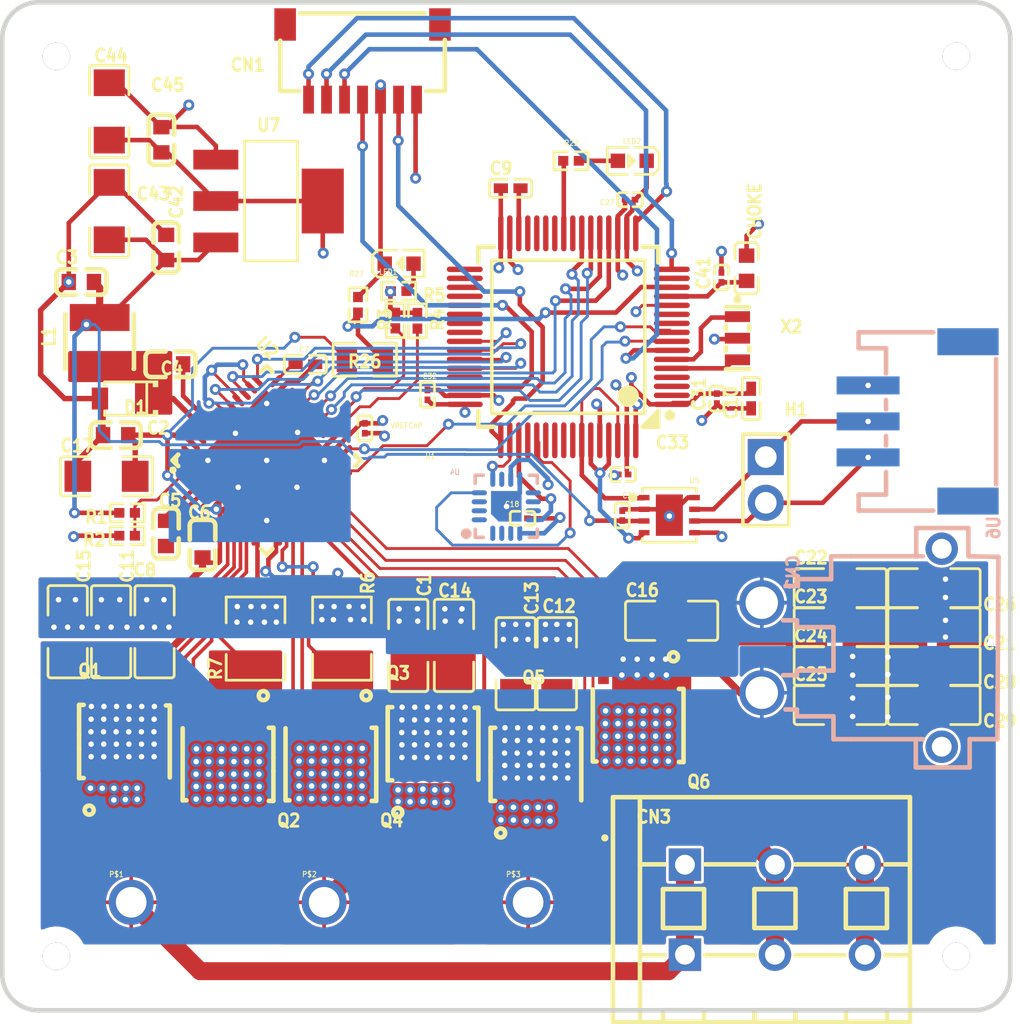
<source format=kicad_pcb>
(kicad_pcb (version 20240108) (generator "pcbnew") (generator_version "8.0")
  (layers (0 "F.Cu" signal "Top Layer") (1 "In1.Cu" signal "Inner1") (2 "In2.Cu" signal "Inner2") (31 "B.Cu" signal "Bottom Layer") (34 "B.Paste" user "Bottom Paste Mask Layer") (35 "F.Paste" user "Top Paste Mask Layer") (36 "B.SilkS" user "Bottom Silkscreen Layer") (37 "F.SilkS" user "Top Silkscreen Layer") (38 "B.Mask" user "Bottom Solder Mask Layer") (39 "F.Mask" user "Top Solder Mask Layer") (44 "Edge.Cuts" user "Multi-Layer"))
  (net 0 "")
  (net 1 "$1N2202")
  (net 2 "3V3")
  (net 3 "GND")
  (net 4 "$1N1053")
  (net 5 "$1N2494")
  (net 6 "$1N2499")
  (net 7 "INDICATOR")
  (net 8 "$1N1928")
  (net 9 "CAN_TX")
  (net 10 "CAN_RX")
  (net 11 "MOSI")
  (net 12 "MISO")
  (net 13 "SCK")
  (net 14 "CS")
  (net 15 "TCK")
  (net 16 "TMS")
  (net 17 "ENABLE")
  (net 18 "PWMA")
  (net 19 "PWMB")
  (net 20 "PWMC")
  (net 21 "SPI-MOSI")
  (net 22 "SPI-MISO")
  (net 23 "SPI-SCK")
  (net 24 "SPI-NSS-DRV")
  (net 25 "USART_RX")
  (net 26 "USART_TX")
  (net 27 "I_B")
  (net 28 "I_A")
  (net 29 "NRST")
  (net 30 "$1N755")
  (net 31 "$1N749")
  (net 32 "24V")
  (net 33 "$1N14164")
  (net 34 "$1N14320")
  (net 35 "5V")
  (net 36 "GHA")
  (net 37 "PHASA")
  (net 38 "$1N13638")
  (net 39 "GLC")
  (net 40 "PHASC")
  (net 41 "GHC")
  (net 42 "GHB")
  (net 43 "PHASB")
  (net 44 "GLB")
  (net 45 "SPB")
  (net 46 "SPA")
  (net 47 "GLA")
  (net 48 "$1N13862")
  (net 49 "$1N14304")
  (net 50 "$1N14310")
  (net 51 "$1N14240")
  (net 52 "CANH")
  (net 53 "CANL")
  (net 54 "SW")
  (footprint "Dash Motor Project Nov 22 2025:SOP-8_L5.0-W5.0-P1.27-LS6.0_TPH4R008NH-L1Q" (layer "F.Cu") (at 132.522 116.335 180)
    (property "Reference" "Q2")
    (property "Value" "")
  )
  (footprint "Dash Motor Project Nov 22 2025:C0201" (layer "F.Cu") (at 140.142 97.666 90)
    (property "Reference" "VREFCAP")
    (property "Value" "")
  )
  (footprint "Dash Motor Project Nov 22 2025:C1206" (layer "F.Cu") (at 166.558 106.556)
    (property "Reference" "C22")
    (property "Value" "")
  )
  (footprint "Dash Motor Project Nov 22 2025:C1206" (layer "F.Cu") (at 125.791 100.333)
    (property "Reference" "C17")
    (property "Value" "")
  )
  (footprint "Dash Motor Project Nov 22 2025:C0201" (layer "F.Cu") (at 154.874 84.966 180)
    (property "Reference" "C27")
    (property "Value" "")
  )
  (footprint "Dash Motor Project Nov 22 2025:C0603" (layer "F.Cu") (at 129.093 103.508 -90)
    (property "Reference" "C5")
    (property "Value" "")
  )
  (footprint "Dash Motor Project Nov 22 2025:C1206" (layer "F.Cu") (at 145.095 109.731 -90)
    (property "Reference" "C14")
    (property "Value" "")
  )
  (footprint "Dash Motor Project Nov 22 2025:C0402" (layer "F.Cu") (at 148.245 84.331)
    (property "Reference" "C9")
    (property "Value" "")
  )
  (footprint "Dash Motor Project Nov 22 2025:C1206" (layer "F.Cu") (at 123.632 108.969 -90)
    (property "Reference" "C15")
    (property "Value" "")
  )
  (footprint "Dash Motor Project Nov 22 2025:L0603" (layer "F.Cu") (at 161.351 88.776 -90)
    (property "Reference" "CHOKE")
    (property "Value" "")
  )
  (footprint "Dash Motor Project Nov 22 2025:OSC-SMD_3P-L3.2-W1.3-P1.20-L" (layer "F.Cu") (at 160.843 92.662 -90)
    (property "Reference" "X2")
    (property "Value" "")
  )
  (footprint "Dash Motor Project Nov 22 2025:C0402" (layer "F.Cu") (at 161.605 96.015 90)
    (property "Reference" "C10")
    (property "Value" "")
  )
  (footprint "Dash Motor Project Nov 22 2025:SOP-8_L5.0-W5.0-P1.27-LS6.0_TPH4R008NH-L1Q" (layer "F.Cu") (at 138.237 116.335 180)
    (property "Reference" "Q4")
    (property "Value" "")
  )
  (footprint "Dash Motor Project Nov 22 2025:R0402" (layer "F.Cu") (at 151.5975 82.807 180)
    (property "Reference" "R22")
    (property "Value" "")
  )
  (footprint "Dash Motor Project Nov 22 2025:C0603" (layer "F.Cu") (at 128.839 81.6385 90)
    (property "Reference" "C45")
    (property "Value" "")
  )
  (footprint "Dash Motor Project Nov 22 2025:LED0603-RD" (layer "F.Cu") (at 155.001 82.807 180)
    (property "Reference" "LED2")
    (property "Value" "")
  )
  (footprint "Dash Motor Project Nov 22 2025:SOP-8_L5.0-W5.0-P1.27-LS6.0_TPH4R008NH-L1Q" (layer "F.Cu") (at 143.952 115.192)
    (property "Reference" "Q3")
    (property "Value" "")
  )
  (footprint "Dash Motor Project Nov 22 2025:C1206" (layer "F.Cu") (at 128.458 108.969 -90)
    (property "Reference" "C8")
    (property "Value" "")
  )
  (footprint "Dash Motor Project Nov 22 2025:C1206" (layer "F.Cu") (at 166.558 113.033)
    (property "Reference" "C25")
    (property "Value" "")
  )
  (footprint "Dash Motor Project Nov 22 2025:DFN-8_L3.0-W3.0-P0.65-BL-EP-1" (layer "F.Cu") (at 157.0585 102.492 -90)
    (property "Reference" "U5")
    (property "Value" "")
  )
  (footprint "Dash Motor Project Nov 22 2025:IND-SMD_L3.0-W3.0" (layer "F.Cu") (at 125.41 92.84 90)
    (property "Reference" "L1")
    (property "Value" "")
  )
  (footprint "Dash Motor Project Nov 22 2025:CONN-TH_XY119A-5.0-3P" (layer "F.Cu") (at 162.926 124.412)
    (property "Reference" "CN3")
    (property "Value" "")
  )
  (footprint "Dash Motor Project Nov 22 2025:R0402" (layer "F.Cu") (at 142.022 90.046 180)
    (property "Reference" "R5")
    (property "Value" "")
  )
  (footprint "Dash Motor Project Nov 22 2025:LED0603-RD" (layer "F.Cu") (at 142.047 88.522)
    (property "Reference" "LED1")
    (property "Value" "")
  )
  (footprint "Dash Motor Project Nov 22 2025:R0402" (layer "F.Cu") (at 143.063 91.697 90)
    (property "Reference" "R4")
    (property "Value" "")
  )
  (footprint "Dash Motor Project Nov 22 2025:C0201" (layer "F.Cu") (at 154.493 100.231)
    (property "Reference" "C33")
    (property "Value" "")
  )
  (footprint "Dash Motor Project Nov 22 2025:SOP-8_L5.0-W5.0-P1.27-LS6.0_TPH4R008NH-L1Q" (layer "F.Cu") (at 155.306 114.176 180)
    (property "Reference" "Q6")
    (property "Value" "")
  )
  (footprint "Dash Motor Project Nov 22 2025:R1210" (layer "F.Cu") (at 134.0715 109.35 90)
    (property "Reference" "R7")
    (property "Value" "")
  )
  (footprint "Dash Motor Project Nov 22 2025:Pad_e80" (layer "F.Cu") (at 123 127)
    (property "Reference" "")
    (property "Value" "")
  )
  (footprint "Dash Motor Project Nov 22 2025:R1210" (layer "F.Cu") (at 138.872 109.35 -90)
    (property "Reference" "R6")
    (property "Value" "")
  )
  (footprint "Dash Motor Project Nov 22 2025:VQFN-48_L7.0-W7.0-P0.50-BL-EP5.5" (layer "F.Cu") (at 134.6905 99.448 -45)
    (property "Reference" "U2")
    (property "Value" "")
  )
  (footprint "Dash Motor Project Nov 22 2025:C0603" (layer "F.Cu") (at 129.347 94.11)
    (property "Reference" "C4")
    (property "Value" "")
  )
  (footprint "Dash Motor Project Nov 22 2025:C1206" (layer "F.Cu") (at 142.555 109.731 -90)
    (property "Reference" "C1")
    (property "Value" "")
  )
  (footprint "Dash Motor Project Nov 22 2025:C1206" (layer "F.Cu") (at 148.524 110.747 -90)
    (property "Reference" "C13")
    (property "Value" "")
  )
  (footprint "Dash Motor Project Nov 22 2025:HOLEHOLE" (layer "F.Cu") (at 148.9355 124.06)
    (property "Reference" "P$3")
    (property "Value" "")
  )
  (footprint "Dash Motor Project Nov 22 2025:R0805" (layer "F.Cu") (at 140.142 93.856)
    (property "Reference" "R26")
    (property "Value" "")
  )
  (footprint "Dash Motor Project Nov 22 2025:C0603" (layer "F.Cu") (at 124.394 89.538)
    (property "Reference" "C3")
    (property "Value" "")
  )
  (footprint "Dash Motor Project Nov 22 2025:C0603" (layer "F.Cu") (at 129.1075 87.6205 -90)
    (property "Reference" "C42")
    (property "Value" "")
  )
  (footprint "Dash Motor Project Nov 22 2025:C1206" (layer "F.Cu") (at 166.558 108.715)
    (property "Reference" "C23")
    (property "Value" "")
  )
  (footprint "Dash Motor Project Nov 22 2025:HDR-TH_2P-P2.54-V-M" (layer "F.Cu") (at 162.418 100.536 -90)
    (property "Reference" "H1")
    (property "Value" "")
  )
  (footprint "Dash Motor Project Nov 22 2025:SOT-223-3_L6.5-W3.4-P2.30-LS7.0-BR" (layer "F.Cu") (at 134.8335 85.042 180)
    (property "Reference" "U7")
    (property "Value" "")
  )
  (footprint "Dash Motor Project Nov 22 2025:C1206" (layer "F.Cu") (at 125.9435 80.0635 90)
    (property "Reference" "C44")
    (property "Value" "")
  )
  (footprint "Dash Motor Project Nov 22 2025:C1206" (layer "F.Cu") (at 171.765 113.033 180)
    (property "Reference" "C29")
    (property "Value" "")
  )
  (footprint "Dash Motor Project Nov 22 2025:C0201" (layer "F.Cu") (at 154.4425 102.517 -90)
    (property "Reference" "C34")
    (property "Value" "")
  )
  (footprint "Dash Motor Project Nov 22 2025:C1206" (layer "F.Cu") (at 171.765 110.874 180)
    (property "Reference" "C28")
    (property "Value" "")
  )
  (footprint "Dash Motor Project Nov 22 2025:C1206" (layer "F.Cu") (at 125.9435 85.601 -90)
    (property "Reference" "C43")
    (property "Value" "")
  )
  (footprint "Dash Motor Project Nov 22 2025:C0603" (layer "F.Cu") (at 131.125 104.143 -90)
    (property "Reference" "C6")
    (property "Value" "")
  )
  (footprint "Dash Motor Project Nov 22 2025:R0402" (layer "F.Cu") (at 126.934 103.635)
    (property "Reference" "R2")
    (property "Value" "")
  )
  (footprint "Dash Motor Project Nov 22 2025:C0201" (layer "F.Cu") (at 159.954 89.284 90)
    (property "Reference" "C41")
    (property "Value" "")
  )
  (footprint "Dash Motor Project Nov 22 2025:C0402" (layer "F.Cu") (at 136.84 94.11 180)
    (property "Reference" "C7")
    (property "Value" "")
  )
  (footprint "Dash Motor Project Nov 22 2025:HOLEHOLE" (layer "F.Cu") (at 126.8835 124.06)
    (property "Reference" "P$1")
    (property "Value" "")
  )
  (footprint "Dash Motor Project Nov 22 2025:SOP-8_L5.0-W5.0-P1.27-LS6.0_TPH4R008NH-L1Q" (layer "F.Cu") (at 149.667 116.335)
    (property "Reference" "Q5")
    (property "Value" "")
  )
  (footprint "Dash Motor Project Nov 22 2025:HOLEHOLE" (layer "F.Cu") (at 137.602 124.06)
    (property "Reference" "P$2")
    (property "Value" "")
  )
  (footprint "Dash Motor Project Nov 22 2025:C1206" (layer "F.Cu") (at 171.765 106.556 180)
    (property "Reference" "C26")
    (property "Value" "")
  )
  (footprint "Dash Motor Project Nov 22 2025:SOP-8_L5.0-W5.0-P1.27-LS6.0_TPH4R008NH-L1Q" (layer "F.Cu") (at 126.807 115.065)
    (property "Reference" "Q1")
    (property "Value" "")
  )
  (footprint "Dash Motor Project Nov 22 2025:C0201" (layer "F.Cu") (at 159.7 96.015 90)
    (property "Reference" "C31")
    (property "Value" "")
  )
  (footprint "Dash Motor Project Nov 22 2025:C1206" (layer "F.Cu") (at 157.1855 108.359)
    (property "Reference" "C16")
    (property "Value" "")
  )
  (footprint "Dash Motor Project Nov 22 2025:R0402" (layer "F.Cu") (at 141.835 91.682 90)
    (property "Reference" "R3")
    (property "Value" "")
  )
  (footprint "Dash Motor Project Nov 22 2025:Pad_e114" (layer "F.Cu") (at 173 77)
    (property "Reference" "")
    (property "Value" "")
  )
  (footprint "Dash Motor Project Nov 22 2025:Pad_e84" (layer "F.Cu") (at 173 127)
    (property "Reference" "")
    (property "Value" "")
  )
  (footprint "Dash Motor Project Nov 22 2025:CONN-SMD_SM07B-SRSS-TB" (layer "F.Cu") (at 140.015 77.3205 180)
    (property "Reference" "CN1")
    (property "Value" "")
  )
  (footprint "Dash Motor Project Nov 22 2025:R0402" (layer "F.Cu") (at 139.761 90.808 -90)
    (property "Reference" "R27")
    (property "Value" "")
  )
  (footprint "Dash Motor Project Nov 22 2025:R0402" (layer "F.Cu") (at 126.934 102.365 180)
    (property "Reference" "R1")
    (property "Value" "")
  )
  (footprint "Dash Motor Project Nov 22 2025:LQFP-64_L10.0-W10.0-P0.50-LS12.0-BL" (layer "F.Cu") (at 151.445 92.586 90)
    (property "Reference" "U1")
    (property "Value" "")
  )
  (footprint "Dash Motor Project Nov 22 2025:C0201" (layer "F.Cu") (at 148.905 102.6695)
    (property "Reference" "C18")
    (property "Value" "")
  )
  (footprint "Dash Motor Project Nov 22 2025:C1206" (layer "F.Cu") (at 166.558 110.874)
    (property "Reference" "C24")
    (property "Value" "")
  )
  (footprint "Dash Motor Project Nov 22 2025:C0201" (layer "F.Cu") (at 143.622 95.8115 -90)
    (property "Reference" "C32")
    (property "Value" "")
  )
  (footprint "Dash Motor Project Nov 22 2025:C0603" (layer "F.Cu") (at 126.299 98.047)
    (property "Reference" "C2")
    (property "Value" "")
  )
  (footprint "Dash Motor Project Nov 22 2025:C1206" (layer "F.Cu") (at 126.045 108.969 -90)
    (property "Reference" "C11")
    (property "Value" "")
  )
  (footprint "Dash Motor Project Nov 22 2025:Pad_e98" (layer "F.Cu") (at 123 77)
    (property "Reference" "")
    (property "Value" "")
  )
  (footprint "Dash Motor Project Nov 22 2025:SOD-123_L2.7-W1.6-LS3.7-RD" (layer "F.Cu") (at 127.061 96.015 180)
    (property "Reference" "D1")
    (property "Value" "")
  )
  (footprint "Dash Motor Project Nov 22 2025:C1206" (layer "F.Cu") (at 150.81 110.747 -90)
    (property "Reference" "C12")
    (property "Value" "")
  )
  (footprint "Dash Motor Project Nov 22 2025:C1206" (layer "F.Cu") (at 171.765 108.715 180)
    (property "Reference" "C21")
    (property "Value" "")
  )
  (footprint "Dash Motor Project Nov 22 2025:QFN-16_L3.0-W3.0-P0.50-TL-EP1.7" (layer "B.Cu") (at 148 102)
    (property "Reference" "U4")
    (property "Value" "")
  )
  (footprint "Dash Motor Project Nov 22 2025:CONN-SMD_S3B-PH-SM4-TB-LF-SN" (layer "B.Cu") (at 170.876 97.285 90)
    (property "Reference" "U6")
    (property "Value" "")
  )
  (footprint "Dash Motor Project Nov 22 2025:CONN-TH_XT30PW-M" (layer "B.Cu") (at 167.193 109.858 -90)
    (property "Reference" "CN2")
    (property "Value" "")
  )
  (gr_line (start 121.999999 74) (end 174 74) (stroke (width 0.254)) (layer "Edge.Cuts"))
  (gr_arc (start 120 75.999999) (mid 120.585786 74.585786) (end 121.999999 74) (stroke (width 0.254)) (layer "Edge.Cuts"))
  (gr_arc (start 122 130) (mid 120.585786 129.414214) (end 120 128) (stroke (width 0.254)) (layer "Edge.Cuts"))
  (gr_arc (start 174 74) (mid 175.414214 74.585786) (end 176 76) (stroke (width 0.254)) (layer "Edge.Cuts"))
  (gr_arc (start 176 128) (mid 175.414214 129.414214) (end 174 130) (stroke (width 0.254)) (layer "Edge.Cuts"))
  (gr_line (start 176 76) (end 176 128) (stroke (width 0.254)) (layer "Edge.Cuts"))
  (gr_line (start 120 75.999999) (end 120 128) (stroke (width 0.254)) (layer "Edge.Cuts"))
  (gr_line (start 122 130) (end 174 130) (stroke (width 0.254)) (layer "Edge.Cuts"))
  (segment (start 148.695 86.836) (end 148.695 84.4255) (width 0.254) (layer "F.Cu") (net 1))
  (segment (start 148.695 84.4255) (end 148.79 84.331) (width 0.254) (layer "F.Cu") (net 1))
  (segment (start 159.7 95.7405) (end 158.747 95.7405) (width 0.254) (layer "F.Cu") (net 2))
  (segment (start 161.351 86.9725) (end 162.0115 86.312) (width 0.254) (layer "F.Cu") (net 2))
  (segment (start 159.761 103.467) (end 159.9795 103.6855) (width 0.254) (layer "F.Cu") (net 2))
  (segment (start 141.589 90.046) (end 141.5605 90.0745) (width 0.254) (layer "F.Cu") (net 2))
  (segment (start 138.738 98.582) (end 139.929 97.3915) (width 0.254) (layer "F.Cu") (net 2))
  (segment (start 139.929 97.3915) (end 140.142 97.3915) (width 0.254) (layer "F.Cu") (net 2))
  (segment (start 155.1955 98.3355) (end 155.1955 96.4125) (width 0.254) (layer "F.Cu") (net 2))
  (segment (start 142.9615 83.772) (end 142.9615 79.4615) (width 0.254) (layer "F.Cu") (net 2))
  (segment (start 154.1955 88.884) (end 154.468 89.157) (width 0.254) (layer "F.Cu") (net 2))
  (segment (start 154.6 84.966) (end 154.6 85.471) (width 0.254) (layer "F.Cu") (net 2))
  (segment (start 154.6 85.471) (end 154.1955 85.876) (width 0.254) (layer "F.Cu") (net 2))
  (segment (start 155.1955 96.3285) (end 155.279 96.3285) (width 0.254) (layer "F.Cu") (net 2))
  (segment (start 140.9755 97.3915) (end 141.133 97.234) (width 0.254) (layer "F.Cu") (net 2))
  (segment (start 154.1955 86.836) (end 154.1955 88.884) (width 0.254) (layer "F.Cu") (net 2))
  (segment (start 141.5605 90.0745) (end 141.5605 90.975) (width 0.254) (layer "F.Cu") (net 2))
  (segment (start 150.937 102.6695) (end 150.988 102.619) (width 0.254) (layer "F.Cu") (net 2))
  (segment (start 142.9615 79.4615) (end 143.015 79.408) (width 0.254) (layer "F.Cu") (net 2))
  (segment (start 161.351 88.076) (end 161.351 86.9725) (width 0.254) (layer "F.Cu") (net 2))
  (segment (start 147.695 86.836) (end 147.695 88.6395) (width 0.254) (layer "F.Cu") (net 2))
  (segment (start 161.605 95.4695) (end 161.3345 95.7405) (width 0.254) (layer "F.Cu") (net 2))
  (segment (start 137.8035 87.9105) (end 137.831 87.9375) (width 0.254) (layer "F.Cu") (net 2))
  (segment (start 155.1955 96.4125) (end 155.279 96.3285) (width 0.254) (layer "F.Cu") (net 2))
  (segment (start 143.0485 91.249) (end 143.063 91.264) (width 0.254) (layer "F.Cu") (net 2))
  (segment (start 131.8635 85.042) (end 137.8035 85.042) (width 0.254) (layer "F.Cu") (net 2))
  (segment (start 128.839 82.3385) (end 128.157 81.656) (width 0.254) (layer "F.Cu") (net 2))
  (segment (start 141.835 91.249) (end 143.0485 91.249) (width 0.254) (layer "F.Cu") (net 2))
  (segment (start 154.1955 85.876) (end 154.1955 86.836) (width 0.254) (layer "F.Cu") (net 2))
  (segment (start 147.695 88.6395) (end 147.5845 88.7505) (width 0.254) (layer "F.Cu") (net 2))
  (segment (start 143.872 96.336) (end 145.6955 96.336) (width 0.254) (layer "F.Cu") (net 2))
  (segment (start 129.16 82.3385) (end 128.839 82.3385) (width 0.254) (layer "F.Cu") (net 2))
  (segment (start 145.705 96.3455) (end 145.705 96.777) (width 0.254) (layer "F.Cu") (net 2))
  (segment (start 161.3345 95.7405) (end 159.7 95.7405) (width 0.254) (layer "F.Cu") (net 2))
  (segment (start 141.5605 90.975) (end 141.835 91.249) (width 0.254) (layer "F.Cu") (net 2))
  (segment (start 137.8035 85.042) (end 137.8035 87.9105) (width 0.254) (layer "F.Cu") (net 2))
  (segment (start 157.266 96.2645) (end 157.195 96.336) (width 0.254) (layer "F.Cu") (net 2))
  (segment (start 149.1795 102.6695) (end 150.937 102.6695) (width 0.254) (layer "F.Cu") (net 2))
  (segment (start 158.2225 96.2645) (end 157.266 96.2645) (width 0.254) (layer "F.Cu") (net 2))
  (segment (start 128.157 81.656) (end 125.9435 81.656) (width 0.254) (layer "F.Cu") (net 2))
  (segment (start 154.9505 95.3035) (end 154.9505 94.8465) (width 0.254) (layer "F.Cu") (net 2))
  (segment (start 158.747 95.7405) (end 158.2225 96.2645) (width 0.254) (layer "F.Cu") (net 2))
  (segment (start 145.6955 96.336) (end 145.705 96.3455) (width 0.254) (layer "F.Cu") (net 2))
  (segment (start 158.378 103.467) (end 159.761 103.467) (width 0.254) (layer "F.Cu") (net 2))
  (segment (start 140.142 97.3915) (end 140.9755 97.3915) (width 0.254) (layer "F.Cu") (net 2))
  (segment (start 155.9825 96.336) (end 154.9505 95.3035) (width 0.254) (layer "F.Cu") (net 2))
  (segment (start 143.622 96.086) (end 143.872 96.336) (width 0.254) (layer "F.Cu") (net 2))
  (segment (start 131.8635 85.042) (end 129.16 82.3385) (width 0.254) (layer "F.Cu") (net 2))
  (segment (start 157.195 96.336) (end 155.9825 96.336) (width 0.254) (layer "F.Cu") (net 2))
  (segment (start 147.695 86.836) (end 147.695 84.3355) (width 0.254) (layer "F.Cu") (net 2))
  (segment (start 147.695 84.3355) (end 147.6995 84.331) (width 0.254) (layer "F.Cu") (net 2))
  (via (at 150.988 102.619) (size 0.61) (drill 0.305) (layers "F.Cu" "B.Cu") (net 2))
  (via (at 154.9505 94.8465) (size 0.61) (drill 0.305) (layers "F.Cu" "B.Cu") (net 2))
  (via (at 159.9795 103.6855) (size 0.61) (drill 0.305) (layers "F.Cu" "B.Cu") (net 2))
  (via (at 141.5605 90.0745) (size 0.61) (drill 0.305) (layers "F.Cu" "B.Cu") (net 2))
  (via (at 137.831 87.9375) (size 0.61) (drill 0.305) (layers "F.Cu" "B.Cu") (net 2))
  (via (at 145.705 96.777) (size 0.61) (drill 0.305) (layers "F.Cu" "B.Cu") (net 2))
  (via (at 154.468 89.157) (size 0.61) (drill 0.305) (layers "F.Cu" "B.Cu") (net 2))
  (via (at 142.9615 83.772) (size 0.61) (drill 0.305) (layers "F.Cu" "B.Cu") (net 2))
  (via (at 141.133 97.234) (size 0.61) (drill 0.305) (layers "F.Cu" "B.Cu") (net 2))
  (via (at 147.5845 88.7505) (size 0.61) (drill 0.305) (layers "F.Cu" "B.Cu") (net 2))
  (via (at 153.9965 100.292) (size 0.61) (drill 0.305) (layers "F.Cu" "B.Cu") (net 2))
  (via (at 155.279 96.3285) (size 0.61) (drill 0.305) (layers "F.Cu" "B.Cu") (net 2))
  (via (at 162.0115 86.312) (size 0.61) (drill 0.305) (layers "F.Cu" "B.Cu") (net 2))
  (segment (start 150.107 103.5) (end 150.988 102.619) (width 0.254) (layer "B.Cu") (net 2))
  (segment (start 148.75 103.5) (end 150.107 103.5) (width 0.254) (layer "B.Cu") (net 2))
  (segment (start 141.077 97.94) (end 141.2345 98.0975) (width 0.254) (layer "F.Cu") (net 3))
  (segment (start 153.1955 96.495) (end 153.02 96.3195) (width 0.254) (layer "F.Cu") (net 3))
  (segment (start 138.031 101.0215) (end 138.385 100.6675) (width 0.254) (layer "F.Cu") (net 3))
  (segment (start 155.593 108.359) (end 154.798 109.154) (width 1) (layer "F.Cu") (net 3))
  (segment (start 125.599 98.047) (end 125.599 96.188) (width 0.3) (layer "F.Cu") (net 3))
  (segment (start 133.196 100.9425) (end 134.6905 99.448) (width 0.254) (layer "F.Cu") (net 3))
  (segment (start 131.8635 82.742) (end 131.8635 81.9705) (width 0.254) (layer "F.Cu") (net 3))
  (segment (start 156.683 102.167) (end 157.0585 102.5425) (width 0.254) (layer "F.Cu") (net 3))
  (segment (start 148.016 102.009) (end 148.631 102.624) (width 0.254) (layer "F.Cu") (net 3))
  (segment (start 136.362 95.133) (end 137.3855 94.11) (width 0.254) (layer "F.Cu") (net 3))
  (segment (start 141.356 104.346) (end 138.031 101.0215) (width 0.16) (layer "F.Cu") (net 3))
  (segment (start 158.4585 101.5165) (end 158.0845 101.5165) (width 0.254) (layer "F.Cu") (net 3))
  (segment (start 155.001 85.5735) (end 154.695 85.8795) (width 0.254) (layer "F.Cu") (net 3))
  (segment (start 159.954 89.0095) (end 159.954 87.836) (width 0.254) (layer "F.Cu") (net 3))
  (segment (start 144.262 95.5375) (end 144.587 95.8625) (width 0.254) (layer "F.Cu") (net 3))
  (segment (start 144.868 95.8355) (end 145.6955 95.8355) (width 0.254) (layer "F.Cu") (net 3))
  (segment (start 148.1955 88.396) (end 148.651 88.852) (width 0.254) (layer "F.Cu") (net 3))
  (segment (start 144.587 95.8625) (end 144.841 95.8625) (width 0.254) (layer "F.Cu") (net 3))
  (segment (start 141.015 78.5905) (end 141.015 79.408) (width 0.254) (layer "F.Cu") (net 3))
  (segment (start 135.5565 95.4005) (end 135.8235 95.133) (width 0.254) (layer "F.Cu") (net 3))
  (segment (start 154.695 86.836) (end 154.695 88.3425) (width 0.254) (layer "F.Cu") (net 3))
  (segment (start 129.133 80.9385) (end 129.144 80.927) (width 0.254) (layer "F.Cu") (net 3))
  (segment (start 159.7 96.289) (end 159.7 96.396) (width 0.254) (layer "F.Cu") (net 3))
  (segment (start 134.178 107.8025) (end 134.178 103.85) (width 0.254) (layer "F.Cu") (net 3))
  (segment (start 155.5575 90.8355) (end 155.2045 91.189) (width 0.16) (layer "F.Cu") (net 3))
  (segment (start 131.612 99.448) (end 133.1065 100.9425) (width 0.254) (layer "F.Cu") (net 3))
  (segment (start 154.493 110.493) (end 153.985 109.985) (width 0.16) (layer "F.Cu") (net 3))
  (segment (start 135.2025 104.5355) (end 134.783 104.9555) (width 0.254) (layer "F.Cu") (net 3))
  (segment (start 136.4085 97.8945) (end 136.4085 97.9595) (width 0.254) (layer "F.Cu") (net 3))
  (segment (start 138.6435 107.68) (end 138.872 107.9085) (width 0.254) (layer "F.Cu") (net 3))
  (segment (start 155.063 85.2435) (end 155.001 85.3055) (width 0.254) (layer "F.Cu") (net 3))
  (segment (start 124.1985 99.4475) (end 125.599 98.047) (width 0.3) (layer "F.Cu") (net 3))
  (segment (start 133.033 97.945) (end 133.1875 97.945) (width 0.254) (layer "F.Cu") (net 3))
  (segment (start 148.631 102.624) (end 148.631 102.6695) (width 0.254) (layer "F.Cu") (net 3))
  (segment (start 147.3035 95.8355) (end 147.5845 96.1165) (width 0.254) (layer "F.Cu") (net 3))
  (segment (start 132.0565 97.168) (end 132.834 97.945) (width 0.254) (layer "F.Cu") (net 3))
  (segment (start 155.6585 102.167) (end 156.683 102.167) (width 0.254) (layer "F.Cu") (net 3))
  (segment (start 155.001 85.3055) (end 155.001 85.5735) (width 0.254) (layer "F.Cu") (net 3))
  (segment (start 159.7 96.396) (end 158.862 97.234) (width 0.254) (layer "F.Cu") (net 3))
  (segment (start 160.7925 92.713) (end 159.5625 92.713) (width 0.254) (layer "F.Cu") (net 3))
  (segment (start 136.3705 100.9425) (end 134.8765 99.448) (width 0.254) (layer "F.Cu") (net 3))
  (segment (start 123.694 89.538) (end 123.694 86.2575) (width 0.254) (layer "F.Cu") (net 3))
  (segment (start 157.195 90.8355) (end 155.5575 90.8355) (width 0.16) (layer "F.Cu") (net 3))
  (segment (start 159.971 96.56) (end 159.7 96.289) (width 0.254) (layer "F.Cu") (net 3))
  (segment (start 154.695 85.8795) (end 154.695 86.836) (width 0.254) (layer "F.Cu") (net 3))
  (segment (start 134.6905 103.3375) (end 134.6905 102.79) (width 0.254) (layer "F.Cu") (net 3))
  (segment (start 134.0715 107.9085) (end 134.178 107.8025) (width 0.254) (layer "F.Cu") (net 3))
  (segment (start 128.839 80.9385) (end 126.372 78.471) (width 0.254) (layer "F.Cu") (net 3))
  (segment (start 154.695 95.861) (end 154.087 95.253) (width 0.254) (layer "F.Cu") (net 3))
  (segment (start 141.015 88.2895) (end 141.2475 88.522) (width 0.254) (layer "F.Cu") (net 3))
  (segment (start 154.798 109.154) (end 154.798 110.442) (width 1) (layer "F.Cu") (net 3))
  (segment (start 151.445 104.346) (end 141.356 104.346) (width 0.16) (layer "F.Cu") (net 3))
  (segment (start 134.6905 96.288) (end 135.5565 95.422) (width 0.254) (layer "F.Cu") (net 3))
  (segment (start 136.4085 97.9595) (end 137.897 99.448) (width 0.254) (layer "F.Cu") (net 3))
  (segment (start 153.1955 98.3355) (end 153.1955 96.495) (width 0.254) (layer "F.Cu") (net 3))
  (segment (start 134.6905 102.623) (end 134.6905 102.79) (width 0.254) (layer "F.Cu") (net 3))
  (segment (start 135.5565 95.422) (end 135.5565 95.4005) (width 0.254) (layer "F.Cu") (net 3))
  (segment (start 125.599 96.188) (end 125.426 96.015) (width 0.3) (layer "F.Cu") (net 3))
  (segment (start 144.841 95.8625) (end 144.868 95.8355) (width 0.254) (layer "F.Cu") (net 3))
  (segment (start 154.5185 102.167) (end 154.4425 102.243) (width 0.254) (layer "F.Cu") (net 3))
  (segment (start 154.695 98.3355) (end 154.695 95.861) (width 0.254) (layer "F.Cu") (net 3))
  (segment (start 136.3705 100.9425) (end 134.6905 102.623) (width 0.254) (layer "F.Cu") (net 3))
  (segment (start 133.1875 97.945) (end 134.6905 99.448) (width 0.254) (layer "F.Cu") (net 3))
  (segment (start 129.144 80.927) (end 130.363 79.708) (width 0.254) (layer "F.Cu") (net 3))
  (segment (start 134.783 105.4635) (end 134.6305 105.616) (width 0.254) (layer "F.Cu") (net 3))
  (segment (start 130.6425 100.3145) (end 131.4235 99.533) (width 0.254) (layer "F.Cu") (net 3))
  (segment (start 138.6435 105.7175) (end 138.6435 107.68) (width 0.254) (layer "F.Cu") (net 3))
  (segment (start 123.4545 96.015) (end 122.1335 94.694) (width 0.3) (layer "F.Cu") (net 3))
  (segment (start 145.6955 95.8355) (end 147.3035 95.8355) (width 0.254) (layer "F.Cu") (net 3))
  (segment (start 123.694 86.2575) (end 125.9435 84.008) (width 0.254) (layer "F.Cu") (net 3))
  (segment (start 124.013 103.635) (end 123.9625 103.6855) (width 0.254) (layer "F.Cu") (net 3))
  (segment (start 124.1985 100.333) (end 124.1985 99.4475) (width 0.3) (layer "F.Cu") (net 3))
  (segment (start 134.783 104.9555) (end 134.783 105.4635) (width 0.254) (layer "F.Cu") (net 3))
  (segment (start 158.0845 101.5165) (end 157.0585 102.5425) (width 0.254) (layer "F.Cu") (net 3))
  (segment (start 143.622 95.5375) (end 144.262 95.5375) (width 0.254) (layer "F.Cu") (net 3))
  (segment (start 153.985 106.886) (end 151.445 104.346) (width 0.16) (layer "F.Cu") (net 3))
  (segment (start 155.6585 102.167) (end 154.5185 102.167) (width 0.254) (layer "F.Cu") (net 3))
  (segment (start 122.1335 91.0985) (end 123.694 89.538) (width 0.3) (layer "F.Cu") (net 3))
  (segment (start 160.843 92.662) (end 160.7925 92.713) (width 0.254) (layer "F.Cu") (net 3))
  (segment (start 137.897 98.7165) (end 137.897 99.448) (width 0.254) (layer "F.Cu") (net 3))
  (segment (start 154.695 100.024) (end 154.695 98.3355) (width 0.254) (layer "F.Cu") (net 3))
  (segment (start 155.8005 84.3135) (end 155.1485 84.966) (width 0.254) (layer "F.Cu") (net 3))
  (segment (start 148.1955 86.836) (end 148.1955 88.396) (width 0.254) (layer "F.Cu") (net 3))
  (segment (start 135.2025 103.85) (end 135.2025 104.5355) (width 0.254) (layer "F.Cu") (net 3))
  (segment (start 126.372 78.471) (end 125.9435 78.471) (width 0.254) (layer "F.Cu") (net 3))
  (segment (start 131.4235 99.448) (end 131.612 99.448) (width 0.254) (layer "F.Cu") (net 3))
  (segment (start 133.1065 100.9425) (end 133.196 100.9425) (width 0.254) (layer "F.Cu") (net 3))
  (segment (start 155.063 85.051) (end 155.063 85.2435) (width 0.254) (layer "F.Cu") (net 3))
  (segment (start 126.5015 103.635) (end 124.013 103.635) (width 0.254) (layer "F.Cu") (net 3))
  (segment (start 155.8005 82.8065) (end 155.8005 84.3135) (width 0.254) (layer "F.Cu") (net 3))
  (segment (start 134.8765 99.448) (end 134.8545 99.448) (width 0.254) (layer "F.Cu") (net 3))
  (segment (start 141.2475 88.8885) (end 139.761 90.375) (width 0.254) (layer "F.Cu") (net 3))
  (segment (start 126.195 84.008) (end 125.9435 84.008) (width 0.254) (layer "F.Cu") (net 3))
  (segment (start 141.015 79.408) (end 141.015 88.2895) (width 0.254) (layer "F.Cu") (net 3))
  (segment (start 122.1335 94.694) (end 122.1335 91.0985) (width 0.3) (layer "F.Cu") (net 3))
  (segment (start 134.8545 99.448) (end 136.4085 97.8945) (width 0.254) (layer "F.Cu") (net 3))
  (segment (start 140.142 97.94) (end 141.077 97.94) (width 0.254) (layer "F.Cu") (net 3))
  (segment (start 125.426 96.015) (end 123.4545 96.015) (width 0.3) (layer "F.Cu") (net 3))
  (segment (start 131.4235 99.533) (end 131.4235 99.448) (width 0.254) (layer "F.Cu") (net 3))
  (segment (start 153.985 109.985) (end 153.985 106.886) (width 0.16) (layer "F.Cu") (net 3))
  (segment (start 141.2475 88.522) (end 141.2475 88.8885) (width 0.254) (layer "F.Cu") (net 3))
  (segment (start 134.6905 96.288) (end 133.033 97.945) (width 0.254) (layer "F.Cu") (net 3))
  (segment (start 129.1075 86.9205) (end 126.195 84.008) (width 0.254) (layer "F.Cu") (net 3))
  (segment (start 134.178 103.85) (end 134.6905 103.3375) (width 0.254) (layer "F.Cu") (net 3))
  (segment (start 132.834 97.945) (end 132.954 97.945) (width 0.254) (layer "F.Cu") (net 3))
  (segment (start 135.8235 95.133) (end 136.362 95.133) (width 0.254) (layer "F.Cu") (net 3))
  (segment (start 138.385 98.2285) (end 137.897 98.7165) (width 0.254) (layer "F.Cu") (net 3))
  (segment (start 131.8635 81.9705) (end 130.8205 80.927) (width 0.254) (layer "F.Cu") (net 3))
  (segment (start 154.695 88.3425) (end 155.281 88.9285) (width 0.254) (layer "F.Cu") (net 3))
  (segment (start 161.605 96.56) (end 159.971 96.56) (width 0.254) (layer "F.Cu") (net 3))
  (segment (start 128.839 80.9385) (end 129.133 80.9385) (width 0.254) (layer "F.Cu") (net 3))
  (segment (start 155.1485 84.966) (end 155.063 85.051) (width 0.254) (layer "F.Cu") (net 3))
  (segment (start 130.8205 80.927) (end 129.144 80.927) (width 0.254) (layer "F.Cu") (net 3))
  (via (at 154.493 110.493) (size 0.61) (drill 0.305) (layers "F.Cu" "B.Cu") (net 3))
  (via (at 150.1775 109.397) (size 0.61) (drill 0.305) (layers "F.Cu" "B.Cu") (net 3))
  (via (at 147.8405 109.397) (size 0.61) (drill 0.305) (layers "F.Cu" "B.Cu") (net 3))
  (via (at 156.848 110.493) (size 0.61) (drill 0.305) (layers "F.Cu" "B.Cu") (net 3))
  (via (at 143.063 107.699) (size 0.61) (drill 0.305) (layers "F.Cu" "B.Cu") (net 3))
  (via (at 154.42 111.3755) (size 0.61) (drill 0.305) (layers "F.Cu" "B.Cu") (net 3))
  (via (at 159.954 87.836) (size 0.61) (drill 0.305) (layers "F.Cu" "B.Cu") (net 3))
  (via (at 123.9625 103.6855) (size 0.61) (drill 0.305) (layers "F.Cu" "B.Cu") (net 3))
  (via (at 148.524 108.5625) (size 0.61) (drill 0.305) (layers "F.Cu" "B.Cu") (net 3))
  (via (at 141.2345 98.0975) (size 0.61) (drill 0.305) (layers "F.Cu" "B.Cu") (net 3))
  (via (at 128.0215 107.191) (size 0.61) (drill 0.305) (layers "F.Cu" "B.Cu") (net 3))
  (via (at 150.81 108.5625) (size 0.61) (drill 0.305) (layers "F.Cu" "B.Cu") (net 3))
  (via (at 156.894 111.3755) (size 0.61) (drill 0.305) (layers "F.Cu" "B.Cu") (net 3))
  (via (at 139.3495 108.3) (size 0.61) (drill 0.305) (layers "F.Cu" "B.Cu") (net 3))
  (via (at 134.518 107.572) (size 0.61) (drill 0.305) (layers "F.Cu" "B.Cu") (net 3))
  (via (at 150.81 109.397) (size 0.61) (drill 0.305) (layers "F.Cu" "B.Cu") (net 3))
  (via (at 153.02 96.3195) (size 0.61) (drill 0.305) (layers "F.Cu" "B.Cu") (net 3))
  (via (at 156.09 111.3705) (size 0.61) (drill 0.305) (layers "F.Cu" "B.Cu") (net 3))
  (via (at 147.8385 108.5625) (size 0.61) (drill 0.305) (layers "F.Cu" "B.Cu") (net 3))
  (via (at 138.4345 107.572) (size 0.61) (drill 0.305) (layers "F.Cu" "B.Cu") (net 3))
  (via (at 144.6075 108.381) (size 0.61) (drill 0.305) (layers "F.Cu" "B.Cu") (net 3))
  (via (at 126.045 108.715) (size 0.61) (drill 0.305) (layers "F.Cu" "B.Cu") (net 3))
  (via (at 172.4 107.064) (size 0.61) (drill 0.305) (layers "F.Cu" "B.Cu") (net 3))
  (via (at 135.225 108.4375) (size 0.61) (drill 0.305) (layers "F.Cu" "B.Cu") (net 3))
  (via (at 155.2045 91.189) (size 0.61) (drill 0.305) (layers "F.Cu" "B.Cu") (net 3))
  (via (at 127.7555 108.715) (size 0.61) (drill 0.305) (layers "F.Cu" "B.Cu") (net 3))
  (via (at 149.1975 108.5625) (size 0.61) (drill 0.305) (layers "F.Cu" "B.Cu") (net 3))
  (via (at 126.929 108.715) (size 0.61) (drill 0.305) (layers "F.Cu" "B.Cu") (net 3))
  (via (at 142.047 108.381) (size 0.61) (drill 0.305) (layers "F.Cu" "B.Cu") (net 3))
  (via (at 151.5095 109.397) (size 0.61) (drill 0.305) (layers "F.Cu" "B.Cu") (net 3))
  (via (at 172.4 109.2635) (size 0.61) (drill 0.305) (layers "F.Cu" "B.Cu") (net 3))
  (via (at 140.093 108.3) (size 0.61) (drill 0.305) (layers "F.Cu" "B.Cu") (net 3))
  (via (at 150.1775 108.5625) (size 0.61) (drill 0.305) (layers "F.Cu" "B.Cu") (net 3))
  (via (at 142.047 107.699) (size 0.61) (drill 0.305) (layers "F.Cu" "B.Cu") (net 3))
  (via (at 133.0555 107.572) (size 0.61) (drill 0.305) (layers "F.Cu" "B.Cu") (net 3))
  (via (at 155.281 88.9285) (size 0.61) (drill 0.305) (layers "F.Cu" "B.Cu") (net 3))
  (via (at 137.897 99.448) (size 0.61) (drill 0.305) (layers "F.Cu" "B.Cu") (net 3))
  (via (at 124.432 108.715) (size 0.61) (drill 0.305) (layers "F.Cu" "B.Cu") (net 3))
  (via (at 123.694 89.538) (size 0.61) (drill 0.305) (layers "F.Cu" "B.Cu") (net 3))
  (via (at 138.6435 105.7175) (size 0.61) (drill 0.305) (layers "F.Cu" "B.Cu") (net 3))
  (via (at 122.87 108.715) (size 0.61) (drill 0.305) (layers "F.Cu" "B.Cu") (net 3))
  (via (at 129.258 108.715) (size 0.61) (drill 0.305) (layers "F.Cu" "B.Cu") (net 3))
  (via (at 172.4 106.048) (size 0.61) (drill 0.305) (layers "F.Cu" "B.Cu") (net 3))
  (via (at 144.587 107.699) (size 0.61) (drill 0.305) (layers "F.Cu" "B.Cu") (net 3))
  (via (at 131.4235 99.448) (size 0.61) (drill 0.305) (layers "F.Cu" "B.Cu") (net 3))
  (via (at 149.21 109.397) (size 0.61) (drill 0.305) (layers "F.Cu" "B.Cu") (net 3))
  (via (at 136.3705 100.9425) (size 0.61) (drill 0.305) (layers "F.Cu" "B.Cu") (net 3))
  (via (at 148.016 102.009) (size 0.61) (drill 0.305) (layers "F.Cu" "B.Cu") (net 3))
  (via (at 134.565 108.4375) (size 0.61) (drill 0.305) (layers "F.Cu" "B.Cu") (net 3))
  (via (at 125.283 108.715) (size 0.61) (drill 0.305) (layers "F.Cu" "B.Cu") (net 3))
  (via (at 145.484 108.381) (size 0.61) (drill 0.305) (layers "F.Cu" "B.Cu") (net 3))
  (via (at 148.651 88.852) (size 0.61) (drill 0.305) (layers "F.Cu" "B.Cu") (net 3))
  (via (at 137.756 108.3) (size 0.61) (drill 0.305) (layers "F.Cu" "B.Cu") (net 3))
  (via (at 134.6905 99.448) (size 0.61) (drill 0.305) (layers "F.Cu" "B.Cu") (net 3))
  (via (at 155.275 110.493) (size 0.61) (drill 0.305) (layers "F.Cu" "B.Cu") (net 3))
  (via (at 134.6905 102.79) (size 0.61) (drill 0.305) (layers "F.Cu" "B.Cu") (net 3))
  (via (at 128.458 108.715) (size 0.61) (drill 0.305) (layers "F.Cu" "B.Cu") (net 3))
  (via (at 133.1065 100.9425) (size 0.61) (drill 0.305) (layers "F.Cu" "B.Cu") (net 3))
  (via (at 134.6905 96.288) (size 0.61) (drill 0.305) (layers "F.Cu" "B.Cu") (net 3))
  (via (at 154.087 95.253) (size 0.61) (drill 0.305) (layers "F.Cu" "B.Cu") (net 3))
  (via (at 145.54 107.699) (size 0.61) (drill 0.305) (layers "F.Cu" "B.Cu") (net 3))
  (via (at 139.2635 107.572) (size 0.61) (drill 0.305) (layers "F.Cu" "B.Cu") (net 3))
  (via (at 133.802 108.4375) (size 0.61) (drill 0.305) (layers "F.Cu" "B.Cu") (net 3))
  (via (at 123.124 107.191) (size 0.61) (drill 0.305) (layers "F.Cu" "B.Cu") (net 3))
  (via (at 133.0385 108.4375) (size 0.61) (drill 0.305) (layers "F.Cu" "B.Cu") (net 3))
  (via (at 143.081 108.381) (size 0.61) (drill 0.305) (layers "F.Cu" "B.Cu") (net 3))
  (via (at 132.954 97.945) (size 0.61) (drill 0.305) (layers "F.Cu" "B.Cu") (net 3))
  (via (at 125.5055 107.191) (size 0.61) (drill 0.305) (layers "F.Cu" "B.Cu") (net 3))
  (via (at 124.064 107.191) (size 0.61) (drill 0.305) (layers "F.Cu" "B.Cu") (net 3))
  (via (at 126.5235 107.191) (size 0.61) (drill 0.305) (layers "F.Cu" "B.Cu") (net 3))
  (via (at 156.113 110.493) (size 0.61) (drill 0.305) (layers "F.Cu" "B.Cu") (net 3))
  (via (at 159.5625 92.713) (size 0.61) (drill 0.305) (layers "F.Cu" "B.Cu") (net 3))
  (via (at 158.862 97.234) (size 0.61) (drill 0.305) (layers "F.Cu" "B.Cu") (net 3))
  (via (at 130.363 79.708) (size 0.61) (drill 0.305) (layers "F.Cu" "B.Cu") (net 3))
  (via (at 136.4085 97.8945) (size 0.61) (drill 0.305) (layers "F.Cu" "B.Cu") (net 3))
  (via (at 135.225 107.572) (size 0.61) (drill 0.305) (layers "F.Cu" "B.Cu") (net 3))
  (via (at 134.6305 105.616) (size 0.61) (drill 0.305) (layers "F.Cu" "B.Cu") (net 3))
  (via (at 133.8175 107.572) (size 0.61) (drill 0.305) (layers "F.Cu" "B.Cu") (net 3))
  (via (at 157.0585 102.5425) (size 0.61) (drill 0.305) (layers "F.Cu" "B.Cu") (net 3))
  (via (at 155.275 111.3705) (size 0.61) (drill 0.305) (layers "F.Cu" "B.Cu") (net 3))
  (via (at 128.983 107.191) (size 0.61) (drill 0.305) (layers "F.Cu" "B.Cu") (net 3))
  (via (at 151.4965 108.5625) (size 0.61) (drill 0.305) (layers "F.Cu" "B.Cu") (net 3))
  (via (at 168.1015 95.285) (size 0.61) (drill 0.305) (layers "F.Cu" "B.Cu") (net 3))
  (via (at 172.4 108.334) (size 0.61) (drill 0.305) (layers "F.Cu" "B.Cu") (net 3))
  (via (at 137.729 107.572) (size 0.61) (drill 0.305) (layers "F.Cu" "B.Cu") (net 3))
  (via (at 138.395 108.3) (size 0.61) (drill 0.305) (layers "F.Cu" "B.Cu") (net 3))
  (via (at 140.055 107.572) (size 0.61) (drill 0.305) (layers "F.Cu" "B.Cu") (net 3))
  (via (at 123.632 108.715) (size 0.61) (drill 0.305) (layers "F.Cu" "B.Cu") (net 3))
  (via (at 148.524 109.397) (size 0.61) (drill 0.305) (layers "F.Cu" "B.Cu") (net 3))
  (via (at 141.015 78.5905) (size 0.61) (drill 0.305) (layers "F.Cu" "B.Cu") (net 3))
  (via (at 147.5845 96.1165) (size 0.61) (drill 0.305) (layers "F.Cu" "B.Cu") (net 3))
  (segment (start 134.6305 105.616) (end 134.732 105.616) (width 0.254) (layer "B.Cu") (net 3))
  (segment (start 135.062 105.946) (end 138.415 105.946) (width 0.254) (layer "B.Cu") (net 3))
  (segment (start 148.75 101.2755) (end 148.75 100.5) (width 0.254) (layer "B.Cu") (net 3))
  (segment (start 134.732 105.616) (end 135.062 105.946) (width 0.254) (layer "B.Cu") (net 3))
  (segment (start 148.016 102.009) (end 148.75 101.2755) (width 0.254) (layer "B.Cu") (net 3))
  (segment (start 138.415 105.946) (end 138.6435 105.7175) (width 0.254) (layer "B.Cu") (net 3))
  (segment (start 161.269 89.558) (end 161.351 89.4755) (width 0.254) (layer "F.Cu") (net 4))
  (segment (start 159.1765 90.336) (end 159.954 89.558) (width 0.254) (layer "F.Cu") (net 4))
  (segment (start 159.954 89.558) (end 161.269 89.558) (width 0.254) (layer "F.Cu") (net 4))
  (segment (start 157.195 90.336) (end 159.1765 90.336) (width 0.254) (layer "F.Cu") (net 4))
  (segment (start 142.8465 88.5215) (end 142.8465 89.654) (width 0.254) (layer "F.Cu") (net 5))
  (segment (start 142.8465 89.654) (end 142.4545 90.046) (width 0.254) (layer "F.Cu") (net 5))
  (segment (start 152.0305 82.807) (end 154.2015 82.807) (width 0.254) (layer "F.Cu") (net 6))
  (segment (start 151.1955 82.878) (end 151.1955 86.836) (width 0.254) (layer "F.Cu") (net 7))
  (segment (start 151.2665 82.807) (end 151.1955 82.878) (width 0.254) (layer "F.Cu") (net 7))
  (segment (start 141.142 93.856) (end 141.142 93.84) (width 0.254) (layer "F.Cu") (net 8))
  (segment (start 139.761 92.459) (end 139.761 91.443) (width 0.254) (layer "F.Cu") (net 8))
  (segment (start 157.195 89.8355) (end 157.1765 89.817) (width 0.254) (layer "F.Cu") (net 8))
  (segment (start 155.509 89.817) (end 154.087 91.2395) (width 0.254) (layer "F.Cu") (net 8))
  (segment (start 141.142 93.84) (end 139.761 92.459) (width 0.254) (layer "F.Cu") (net 8))
  (segment (start 157.1765 89.817) (end 155.509 89.817) (width 0.254) (layer "F.Cu") (net 8))
  (segment (start 154.087 91.2395) (end 150.175 91.2395) (width 0.254) (layer "F.Cu") (net 8))
  (segment (start 139.761 91.443) (end 139.761 91.2405) (width 0.254) (layer "F.Cu") (net 8))
  (segment (start 139.2025 92.0015) (end 139.761 91.443) (width 0.254) (layer "F.Cu") (net 8))
  (via (at 150.175 91.2395) (size 0.61) (drill 0.305) (layers "F.Cu" "B.Cu") (net 8))
  (via (at 139.2025 92.0015) (size 0.61) (drill 0.305) (layers "F.Cu" "B.Cu") (net 8))
  (segment (start 140.574 92.0015) (end 139.2025 92.0015) (width 0.254) (layer "B.Cu") (net 8))
  (segment (start 150.175 91.2395) (end 149.8195 91.595) (width 0.254) (layer "B.Cu") (net 8))
  (segment (start 140.9805 91.595) (end 140.574 92.0015) (width 0.254) (layer "B.Cu") (net 8))
  (segment (start 149.8195 91.595) (end 140.9805 91.595) (width 0.254) (layer "B.Cu") (net 8))
  (segment (start 152.8675 95.456) (end 152.1955 96.1285) (width 0.16) (layer "F.Cu") (net 9))
  (segment (start 154.1955 98.3355) (end 154.1955 96.479) (width 0.16) (layer "F.Cu") (net 9))
  (segment (start 154.1955 96.479) (end 153.1725 95.456) (width 0.16) (layer "F.Cu") (net 9))
  (segment (start 152.1955 96.1285) (end 152.1955 98.3355) (width 0.16) (layer "F.Cu") (net 9))
  (segment (start 153.477 101.552) (end 155.623 101.552) (width 0.254) (layer "F.Cu") (net 9))
  (segment (start 152.1955 98.3355) (end 152.1955 100.27) (width 0.254) (layer "F.Cu") (net 9))
  (segment (start 155.623 101.552) (end 155.6585 101.5165) (width 0.254) (layer "F.Cu") (net 9))
  (segment (start 153.1725 95.456) (end 152.8675 95.456) (width 0.16) (layer "F.Cu") (net 9))
  (segment (start 152.1955 100.27) (end 153.477 101.552) (width 0.254) (layer "F.Cu") (net 9))
  (segment (start 152.695 98.3355) (end 152.695 99.639) (width 0.254) (layer "F.Cu") (net 10))
  (segment (start 153.695 98.3355) (end 153.695 99.6575) (width 0.254) (layer "F.Cu") (net 10))
  (segment (start 152.695 99.639) (end 153.2045 100.1485) (width 0.254) (layer "F.Cu") (net 10))
  (segment (start 155.354 103.7715) (end 154.795 103.7715) (width 0.254) (layer "F.Cu") (net 10))
  (segment (start 153.695 99.6575) (end 153.2045 100.1485) (width 0.254) (layer "F.Cu") (net 10))
  (segment (start 155.6585 103.467) (end 155.354 103.7715) (width 0.254) (layer "F.Cu") (net 10))
  (via (at 154.795 103.7715) (size 0.61) (drill 0.305) (layers "F.Cu" "B.Cu") (net 10))
  (via (at 153.2045 100.1485) (size 0.61) (drill 0.305) (layers "F.Cu" "B.Cu") (net 10))
  (segment (start 154.795 103.7715) (end 153.2045 102.181) (width 0.254) (layer "B.Cu") (net 10))
  (segment (start 153.2045 102.181) (end 153.2045 100.1485) (width 0.254) (layer "B.Cu") (net 10))
  (segment (start 150.5275 99.5675) (end 150.037 99.5675) (width 0.16) (layer "F.Cu") (net 11))
  (segment (start 151.547 100.587) (end 150.5275 99.5675) (width 0.16) (layer "F.Cu") (net 11))
  (segment (start 151.547 103.4825) (end 151.547 100.587) (width 0.16) (layer "F.Cu") (net 11))
  (segment (start 149.8135 98.4535) (end 149.695 98.3355) (width 0.16) (layer "F.Cu") (net 11))
  (segment (start 149.8135 99.344) (end 149.8135 98.4535) (width 0.16) (layer "F.Cu") (net 11))
  (segment (start 150.037 99.5675) (end 149.8135 99.344) (width 0.16) (layer "F.Cu") (net 11))
  (via (at 151.547 103.4825) (size 0.61) (drill 0.305) (layers "F.Cu" "B.Cu") (net 11))
  (segment (start 144.94 101.25) (end 144.13 102.06) (width 0.16) (layer "B.Cu") (net 11))
  (segment (start 144.13 103.279) (end 145.0075 104.157) (width 0.16) (layer "B.Cu") (net 11))
  (segment (start 145.0075 104.157) (end 150.8725 104.157) (width 0.16) (layer "B.Cu") (net 11))
  (segment (start 146.5 101.25) (end 144.94 101.25) (width 0.16) (layer "B.Cu") (net 11))
  (segment (start 150.8725 104.157) (end 151.547 103.4825) (width 0.16) (layer "B.Cu") (net 11))
  (segment (start 144.13 102.06) (end 144.13 103.279) (width 0.16) (layer "B.Cu") (net 11))
  (segment (start 149.21 98.3505) (end 149.1955 98.3355) (width 0.16) (layer "F.Cu") (net 12))
  (segment (start 149.21 99.317) (end 149.21 98.3505) (width 0.16) (layer "F.Cu") (net 12))
  (segment (start 150.3235 100.794) (end 150.2835 100.794) (width 0.16) (layer "F.Cu") (net 12))
  (segment (start 150.2835 100.3905) (end 149.21 99.317) (width 0.16) (layer "F.Cu") (net 12))
  (segment (start 150.2835 100.794) (end 150.2835 100.3905) (width 0.16) (layer "F.Cu") (net 12))
  (via (at 150.3235 100.794) (size 0.61) (drill 0.305) (layers "F.Cu" "B.Cu") (net 12))
  (segment (start 148.647 99.4225) (end 148.25 99.8195) (width 0.254) (layer "B.Cu") (net 12))
  (segment (start 149.2745 99.4225) (end 148.647 99.4225) (width 0.254) (layer "B.Cu") (net 12))
  (segment (start 150.3235 100.794) (end 150.3235 100.4715) (width 0.254) (layer "B.Cu") (net 12))
  (segment (start 150.3235 100.4715) (end 149.2745 99.4225) (width 0.254) (layer "B.Cu") (net 12))
  (segment (start 148.25 99.8195) (end 148.25 100.5) (width 0.254) (layer "B.Cu") (net 12))
  (segment (start 148.702 100.333) (end 148.702 98.3425) (width 0.254) (layer "F.Cu") (net 13))
  (segment (start 150.48 101.581) (end 149.95 101.581) (width 0.254) (layer "F.Cu") (net 13))
  (segment (start 148.702 98.3425) (end 148.695 98.3355) (width 0.254) (layer "F.Cu") (net 13))
  (segment (start 149.95 101.581) (end 148.702 100.333) (width 0.254) (layer "F.Cu") (net 13))
  (via (at 150.48 101.581) (size 0.61) (drill 0.305) (layers "F.Cu" "B.Cu") (net 13))
  (segment (start 149.993 102.75) (end 149.5 102.75) (width 0.254) (layer "B.Cu") (net 13))
  (segment (start 150.48 102.263) (end 149.993 102.75) (width 0.254) (layer "B.Cu") (net 13))
  (segment (start 150.48 101.581) (end 150.48 102.263) (width 0.254) (layer "B.Cu") (net 13))
  (segment (start 147.8385 99.774) (end 147.229 99.774) (width 0.16) (layer "F.Cu") (net 14))
  (segment (start 148.1955 98.3355) (end 148.1955 99.417) (width 0.16) (layer "F.Cu") (net 14))
  (segment (start 148.1955 99.417) (end 147.8385 99.774) (width 0.16) (layer "F.Cu") (net 14))
  (via (at 147.229 99.774) (size 0.61) (drill 0.305) (layers "F.Cu" "B.Cu") (net 14))
  (segment (start 147.25 99.795) (end 147.229 99.774) (width 0.254) (layer "B.Cu") (net 14))
  (segment (start 147.25 100.5) (end 147.25 99.795) (width 0.254) (layer "B.Cu") (net 14))
  (segment (start 147.187 97.441) (end 147.187 97.8275) (width 0.254) (layer "F.Cu") (net 15))
  (segment (start 149.1085 96.015) (end 148.499 96.015) (width 0.254) (layer "F.Cu") (net 15))
  (segment (start 148.499 96.015) (end 148.3715 96.142) (width 0.254) (layer "F.Cu") (net 15))
  (segment (start 147.187 97.8275) (end 147.695 98.3355) (width 0.254) (layer "F.Cu") (net 15))
  (segment (start 148.753 90.071) (end 148.753 90.7825) (width 0.254) (layer "F.Cu") (net 15))
  (segment (start 148.3715 96.2565) (end 147.187 97.441) (width 0.254) (layer "F.Cu") (net 15))
  (segment (start 150.023 92.0525) (end 150.023 95.1005) (width 0.254) (layer "F.Cu") (net 15))
  (segment (start 142.015 79.408) (end 142.015 81.6705) (width 0.254) (layer "F.Cu") (net 15))
  (segment (start 148.3715 96.142) (end 148.3715 96.2565) (width 0.254) (layer "F.Cu") (net 15))
  (segment (start 142.015 81.6705) (end 141.9965 81.689) (width 0.254) (layer "F.Cu") (net 15))
  (segment (start 148.753 90.7825) (end 150.023 92.0525) (width 0.254) (layer "F.Cu") (net 15))
  (segment (start 150.023 95.1005) (end 149.1085 96.015) (width 0.254) (layer "F.Cu") (net 15))
  (via (at 148.753 90.071) (size 0.61) (drill 0.305) (layers "F.Cu" "B.Cu") (net 15))
  (via (at 141.9965 81.689) (size 0.61) (drill 0.305) (layers "F.Cu" "B.Cu") (net 15))
  (segment (start 141.9965 81.689) (end 141.9965 85.296) (width 0.254) (layer "B.Cu") (net 15))
  (segment (start 146.7715 90.071) (end 148.753 90.071) (width 0.254) (layer "B.Cu") (net 15))
  (segment (start 141.9965 85.296) (end 146.7715 90.071) (width 0.254) (layer "B.Cu") (net 15))
  (segment (start 147.991 90.884) (end 149.413 92.3065) (width 0.254) (layer "F.Cu") (net 16))
  (segment (start 149.413 94.7955) (end 148.822 95.3865) (width 0.254) (layer "F.Cu") (net 16))
  (segment (start 147.8385 90.884) (end 147.991 90.884) (width 0.254) (layer "F.Cu") (net 16))
  (segment (start 140.015 79.408) (end 140.015 81.994) (width 0.254) (layer "F.Cu") (net 16))
  (segment (start 148.822 95.3865) (end 145.746 95.3865) (width 0.254) (layer "F.Cu") (net 16))
  (segment (start 149.413 92.3065) (end 149.413 94.7955) (width 0.254) (layer "F.Cu") (net 16))
  (segment (start 147.7875 90.833) (end 147.8385 90.884) (width 0.254) (layer "F.Cu") (net 16))
  (segment (start 145.746 95.3865) (end 145.6955 95.336) (width 0.254) (layer "F.Cu") (net 16))
  (via (at 147.7875 90.833) (size 0.61) (drill 0.305) (layers "F.Cu" "B.Cu") (net 16))
  (via (at 140.015 81.994) (size 0.61) (drill 0.305) (layers "F.Cu" "B.Cu") (net 16))
  (segment (start 140.015 81.994) (end 140.015 87.277) (width 0.254) (layer "B.Cu") (net 16))
  (segment (start 140.015 87.277) (end 143.571 90.833) (width 0.254) (layer "B.Cu") (net 16))
  (segment (start 143.571 90.833) (end 147.7875 90.833) (width 0.254) (layer "B.Cu") (net 16))
  (segment (start 133.411 94.186) (end 133.3605 94.135) (width 0.16) (layer "F.Cu") (net 17))
  (segment (start 136.2635 96.1075) (end 137.321 95.0495) (width 0.16) (layer "F.Cu") (net 17))
  (segment (start 148.8035 94.0555) (end 148.523 94.336) (width 0.16) (layer "F.Cu") (net 17))
  (segment (start 133.117 96.1075) (end 133.117 95.9745) (width 0.16) (layer "F.Cu") (net 17))
  (segment (start 131.8645 96.269) (end 131.481 96.269) (width 0.16) (layer "F.Cu") (net 17))
  (segment (start 131.633 94.491) (end 131.633 94.44) (width 0.16) (layer "F.Cu") (net 17))
  (segment (start 148.523 94.336) (end 145.6955 94.336) (width 0.16) (layer "F.Cu") (net 17))
  (segment (start 132.41 96.8145) (end 131.8645 96.269) (width 0.16) (layer "F.Cu") (net 17))
  (segment (start 133.411 94.987) (end 133.411 94.186) (width 0.16) (layer "F.Cu") (net 17))
  (segment (start 133.824 95.4005) (end 133.411 94.987) (width 0.16) (layer "F.Cu") (net 17))
  (segment (start 137.321 95.0495) (end 137.526 95.0495) (width 0.16) (layer "F.Cu") (net 17))
  (segment (start 133.117 95.9745) (end 131.633 94.491) (width 0.16) (layer "F.Cu") (net 17))
  (via (at 137.526 95.0495) (size 0.61) (drill 0.305) (layers "F.Cu" "B.Cu") (net 17))
  (via (at 148.8035 94.0555) (size 0.61) (drill 0.305) (layers "F.Cu" "B.Cu") (net 17))
  (via (at 131.633 94.44) (size 0.61) (drill 0.305) (layers "F.Cu" "B.Cu") (net 17))
  (via (at 133.3605 94.135) (size 0.61) (drill 0.305) (layers "F.Cu" "B.Cu") (net 17))
  (via (at 131.481 96.269) (size 0.61) (drill 0.305) (layers "F.Cu" "B.Cu") (net 17))
  (segment (start 131.938 94.135) (end 133.3605 94.135) (width 0.254) (layer "B.Cu") (net 17))
  (segment (start 137.348 95.2275) (end 134.925 95.2275) (width 0.16) (layer "B.Cu") (net 17))
  (segment (start 138.288 94.2875) (end 148.5715 94.2875) (width 0.16) (layer "B.Cu") (net 17))
  (segment (start 148.5715 94.2875) (end 148.8035 94.0555) (width 0.16) (layer "B.Cu") (net 17))
  (segment (start 137.526 95.0495) (end 137.348 95.2275) (width 0.16) (layer "B.Cu") (net 17))
  (segment (start 131.2525 94.821) (end 131.633 94.44) (width 0.254) (layer "B.Cu") (net 17))
  (segment (start 133.8835 96.269) (end 131.481 96.269) (width 0.16) (layer "B.Cu") (net 17))
  (segment (start 134.925 95.2275) (end 133.8835 96.269) (width 0.16) (layer "B.Cu") (net 17))
  (segment (start 137.526 95.0495) (end 138.288 94.2875) (width 0.16) (layer "B.Cu") (net 17))
  (segment (start 131.2525 96.0405) (end 131.2525 94.821) (width 0.254) (layer "B.Cu") (net 17))
  (segment (start 131.633 94.44) (end 131.938 94.135) (width 0.254) (layer "B.Cu") (net 17))
  (segment (start 131.481 96.269) (end 131.2525 96.0405) (width 0.254) (layer "B.Cu") (net 17))
  (segment (start 132.7635 96.434) (end 131.8365 95.507) (width 0.16) (layer "F.Cu") (net 18))
  (segment (start 147.884 93.8355) (end 145.6955 93.8355) (width 0.16) (layer "F.Cu") (net 18))
  (segment (start 132.7635 96.461) (end 132.7635 96.434) (width 0.16) (layer "F.Cu") (net 18))
  (segment (start 147.991 93.729) (end 147.884 93.8355) (width 0.16) (layer "F.Cu") (net 18))
  (via (at 147.991 93.729) (size 0.61) (drill 0.305) (layers "F.Cu" "B.Cu") (net 18))
  (via (at 131.8365 95.507) (size 0.61) (drill 0.305) (layers "F.Cu" "B.Cu") (net 18))
  (segment (start 147.737 93.983) (end 137.6785 93.983) (width 0.16) (layer "B.Cu") (net 18))
  (segment (start 134.224 95.507) (end 131.8365 95.507) (width 0.16) (layer "B.Cu") (net 18))
  (segment (start 136.713 94.948) (end 134.783 94.948) (width 0.16) (layer "B.Cu") (net 18))
  (segment (start 137.6785 93.983) (end 136.713 94.948) (width 0.16) (layer "B.Cu") (net 18))
  (segment (start 134.783 94.948) (end 134.224 95.507) (width 0.16) (layer "B.Cu") (net 18))
  (segment (start 147.991 93.729) (end 147.737 93.983) (width 0.16) (layer "B.Cu") (net 18))
  (segment (start 133.471 95.691) (end 132.8015 95.022) (width 0.16) (layer "F.Cu") (net 19))
  (segment (start 133.471 95.7535) (end 133.471 95.691) (width 0.16) (layer "F.Cu") (net 19))
  (segment (start 132.8015 95.022) (end 132.8015 94.7955) (width 0.16) (layer "F.Cu") (net 19))
  (segment (start 147.4695 93.336) (end 145.6955 93.336) (width 0.16) (layer "F.Cu") (net 19))
  (segment (start 148.8035 92.967) (end 147.8385 92.967) (width 0.16) (layer "F.Cu") (net 19))
  (segment (start 147.8385 92.967) (end 147.4695 93.336) (width 0.16) (layer "F.Cu") (net 19))
  (via (at 132.8015 94.7955) (size 0.61) (drill 0.305) (layers "F.Cu" "B.Cu") (net 19))
  (via (at 148.8035 92.967) (size 0.61) (drill 0.305) (layers "F.Cu" "B.Cu") (net 19))
  (segment (start 134.427 94.7955) (end 134.681 94.5415) (width 0.16) (layer "B.Cu") (net 19))
  (segment (start 147.565 93.192) (end 148.5785 93.192) (width 0.16) (layer "B.Cu") (net 19))
  (segment (start 148.5785 93.192) (end 148.8035 92.967) (width 0.16) (layer "B.Cu") (net 19))
  (segment (start 134.681 94.5415) (end 136.561 94.5415) (width 0.16) (layer "B.Cu") (net 19))
  (segment (start 136.561 94.5415) (end 137.5515 93.551) (width 0.16) (layer "B.Cu") (net 19))
  (segment (start 147.206 93.551) (end 147.565 93.192) (width 0.16) (layer "B.Cu") (net 19))
  (segment (start 132.8015 94.7955) (end 134.427 94.7955) (width 0.16) (layer "B.Cu") (net 19))
  (segment (start 137.5515 93.551) (end 147.206 93.551) (width 0.16) (layer "B.Cu") (net 19))
  (segment (start 147.5125 92.8355) (end 145.6955 92.8355) (width 0.16) (layer "F.Cu") (net 20))
  (segment (start 134.178 93.835) (end 134.173 93.8305) (width 0.16) (layer "F.Cu") (net 20))
  (segment (start 134.178 95.0465) (end 134.178 93.835) (width 0.16) (layer "F.Cu") (net 20))
  (segment (start 147.991 92.357) (end 147.5125 92.8355) (width 0.16) (layer "F.Cu") (net 20))
  (via (at 147.991 92.357) (size 0.61) (drill 0.305) (layers "F.Cu" "B.Cu") (net 20))
  (via (at 134.173 93.8305) (size 0.61) (drill 0.305) (layers "F.Cu" "B.Cu") (net 20))
  (segment (start 134.173 93.8305) (end 136.764 93.8305) (width 0.16) (layer "B.Cu") (net 20))
  (segment (start 147.127 93.221) (end 147.991 92.357) (width 0.16) (layer "B.Cu") (net 20))
  (segment (start 136.764 93.8305) (end 137.3735 93.221) (width 0.16) (layer "B.Cu") (net 20))
  (segment (start 137.3735 93.221) (end 147.127 93.221) (width 0.16) (layer "B.Cu") (net 20))
  (segment (start 152.1955 88.4065) (end 151.6485 88.9535) (width 0.254) (layer "F.Cu") (net 21))
  (segment (start 137.756 96.917) (end 137.9955 96.917) (width 0.16) (layer "F.Cu") (net 21))
  (segment (start 152.1955 86.836) (end 152.1955 88.4065) (width 0.254) (layer "F.Cu") (net 21))
  (segment (start 137.9955 96.917) (end 138.288 96.6245) (width 0.16) (layer "F.Cu") (net 21))
  (segment (start 137.505 97.168) (end 137.756 96.917) (width 0.16) (layer "F.Cu") (net 21))
  (segment (start 137.324 97.168) (end 137.505 97.168) (width 0.16) (layer "F.Cu") (net 21))
  (segment (start 151.6485 88.9535) (end 151.6485 89.106) (width 0.254) (layer "F.Cu") (net 21))
  (via (at 138.288 96.6245) (size 0.61) (drill 0.305) (layers "F.Cu" "B.Cu") (net 21))
  (via (at 151.6485 89.106) (size 0.61) (drill 0.305) (layers "F.Cu" "B.Cu") (net 21))
  (segment (start 150.77 95.659) (end 151.66 94.769) (width 0.16) (layer "B.Cu") (net 21))
  (segment (start 151.66 91.6855) (end 152.004 91.341) (width 0.16) (layer "B.Cu") (net 21))
  (segment (start 138.288 96.6245) (end 138.999 95.913) (width 0.16) (layer "B.Cu") (net 21))
  (segment (start 149.8705 95.659) (end 150.77 95.659) (width 0.16) (layer "B.Cu") (net 21))
  (segment (start 149.464 95.253) (end 149.8705 95.659) (width 0.16) (layer "B.Cu") (net 21))
  (segment (start 138.999 95.659) (end 139.4055 95.253) (width 0.16) (layer "B.Cu") (net 21))
  (segment (start 138.999 95.913) (end 138.999 95.659) (width 0.16) (layer "B.Cu") (net 21))
  (segment (start 152.004 91.341) (end 152.004 89.4615) (width 0.16) (layer "B.Cu") (net 21))
  (segment (start 151.66 94.769) (end 151.66 91.6855) (width 0.16) (layer "B.Cu") (net 21))
  (segment (start 152.004 89.4615) (end 151.6485 89.106) (width 0.16) (layer "B.Cu") (net 21))
  (segment (start 139.4055 95.253) (end 149.464 95.253) (width 0.16) (layer "B.Cu") (net 21))
  (segment (start 137.6775 97.5215) (end 138.02 97.179) (width 0.16) (layer "F.Cu") (net 22))
  (segment (start 141.835 92.115) (end 142.301 92.581) (width 0.16) (layer "F.Cu") (net 22))
  (segment (start 152.695 86.836) (end 152.695 88.852) (width 0.254) (layer "F.Cu") (net 22))
  (segment (start 152.695 88.852) (end 152.492 89.055) (width 0.254) (layer "F.Cu") (net 22))
  (segment (start 139.6595 96.0655) (end 139.6595 95.913) (width 0.16) (layer "F.Cu") (net 22))
  (segment (start 141.59 95.456) (end 140.117 95.456) (width 0.16) (layer "F.Cu") (net 22))
  (segment (start 138.02 97.179) (end 138.546 97.179) (width 0.16) (layer "F.Cu") (net 22))
  (segment (start 138.546 97.179) (end 139.6595 96.0655) (width 0.16) (layer "F.Cu") (net 22))
  (segment (start 142.301 94.745) (end 141.59 95.456) (width 0.16) (layer "F.Cu") (net 22))
  (segment (start 142.301 92.581) (end 142.301 94.745) (width 0.16) (layer "F.Cu") (net 22))
  (segment (start 140.117 95.456) (end 139.6595 95.913) (width 0.16) (layer "F.Cu") (net 22))
  (via (at 152.492 89.055) (size 0.61) (drill 0.305) (layers "F.Cu" "B.Cu") (net 22))
  (via (at 139.6595 95.913) (size 0.61) (drill 0.305) (layers "F.Cu" "B.Cu") (net 22))
  (segment (start 152.1565 91.7985) (end 152.512 91.443) (width 0.16) (layer "B.Cu") (net 22))
  (segment (start 148.753 95.5575) (end 149.3115 96.1165) (width 0.16) (layer "B.Cu") (net 22))
  (segment (start 140.015 95.5575) (end 148.753 95.5575) (width 0.16) (layer "B.Cu") (net 22))
  (segment (start 152.1565 94.897) (end 152.1565 91.7985) (width 0.16) (layer "B.Cu") (net 22))
  (segment (start 152.512 91.443) (end 152.512 89.0755) (width 0.16) (layer "B.Cu") (net 22))
  (segment (start 152.512 89.0755) (end 152.492 89.055) (width 0.16) (layer "B.Cu") (net 22))
  (segment (start 150.937 96.1165) (end 152.1565 94.897) (width 0.16) (layer "B.Cu") (net 22))
  (segment (start 139.6595 95.913) (end 140.015 95.5575) (width 0.16) (layer "B.Cu") (net 22))
  (segment (start 149.3115 96.1165) (end 150.937 96.1165) (width 0.16) (layer "B.Cu") (net 22))
  (segment (start 136.9705 96.8145) (end 137.1515 96.8145) (width 0.16) (layer "F.Cu") (net 23))
  (segment (start 137.3715 96.5945) (end 137.505 96.5945) (width 0.16) (layer "F.Cu") (net 23))
  (segment (start 153.1955 89.2355) (end 152.512 89.919) (width 0.254) (layer "F.Cu") (net 23))
  (segment (start 137.505 96.5945) (end 138.237 95.8625) (width 0.16) (layer "F.Cu") (net 23))
  (segment (start 153.1955 86.836) (end 153.1955 89.2355) (width 0.254) (layer "F.Cu") (net 23))
  (segment (start 137.1515 96.8145) (end 137.3715 96.5945) (width 0.16) (layer "F.Cu") (net 23))
  (segment (start 152.512 89.919) (end 151.293 89.919) (width 0.254) (layer "F.Cu") (net 23))
  (via (at 151.293 89.919) (size 0.61) (drill 0.305) (layers "F.Cu" "B.Cu") (net 23))
  (via (at 138.237 95.8625) (size 0.61) (drill 0.305) (layers "F.Cu" "B.Cu") (net 23))
  (segment (start 151.2675 91.569) (end 151.5965 91.2395) (width 0.16) (layer "B.Cu") (net 23))
  (segment (start 151.5965 91.2395) (end 151.5965 90.2735) (width 0.16) (layer "B.Cu") (net 23))
  (segment (start 151.2675 94.567) (end 151.2675 91.569) (width 0.16) (layer "B.Cu") (net 23))
  (segment (start 149.972 95.151) (end 150.683 95.151) (width 0.16) (layer "B.Cu") (net 23))
  (segment (start 151.2675 89.944) (end 151.293 89.919) (width 0.16) (layer "B.Cu") (net 23))
  (segment (start 150.683 95.151) (end 151.2675 94.567) (width 0.16) (layer "B.Cu") (net 23))
  (segment (start 139.2025 94.897) (end 149.718 94.897) (width 0.16) (layer "B.Cu") (net 23))
  (segment (start 151.5965 90.2735) (end 151.2675 89.944) (width 0.16) (layer "B.Cu") (net 23))
  (segment (start 138.237 95.8625) (end 139.2025 94.897) (width 0.16) (layer "B.Cu") (net 23))
  (segment (start 149.718 94.897) (end 149.972 95.151) (width 0.16) (layer "B.Cu") (net 23))
  (segment (start 137.266 95.8115) (end 137.323 95.8115) (width 0.16) (layer "F.Cu") (net 24))
  (segment (start 153.695 86.836) (end 153.695 89.8535) (width 0.254) (layer "F.Cu") (net 24))
  (segment (start 153.695 89.8535) (end 152.969 90.579) (width 0.254) (layer "F.Cu") (net 24))
  (segment (start 152.969 90.579) (end 150.734 90.579) (width 0.254) (layer "F.Cu") (net 24))
  (segment (start 136.617 96.461) (end 137.266 95.8115) (width 0.16) (layer "F.Cu") (net 24))
  (via (at 137.323 95.8115) (size 0.61) (drill 0.305) (layers "F.Cu" "B.Cu") (net 24))
  (via (at 150.734 90.579) (size 0.61) (drill 0.305) (layers "F.Cu" "B.Cu") (net 24))
  (segment (start 150.712 94.462) (end 150.712 90.601) (width 0.16) (layer "B.Cu") (net 24))
  (segment (start 150.5815 94.5925) (end 150.712 94.462) (width 0.16) (layer "B.Cu") (net 24))
  (segment (start 138.745 94.5925) (end 150.5815 94.5925) (width 0.16) (layer "B.Cu") (net 24))
  (segment (start 137.526 95.8115) (end 138.745 94.5925) (width 0.16) (layer "B.Cu") (net 24))
  (segment (start 150.712 90.601) (end 150.734 90.579) (width 0.16) (layer "B.Cu") (net 24))
  (segment (start 137.323 95.8115) (end 137.526 95.8115) (width 0.16) (layer "B.Cu") (net 24))
  (segment (start 156.906 84.5085) (end 155.1955 86.2195) (width 0.254) (layer "F.Cu") (net 25))
  (segment (start 137.015 77.981) (end 137.015 79.408) (width 0.254) (layer "F.Cu") (net 25))
  (segment (start 155.1955 86.2195) (end 155.1955 86.836) (width 0.254) (layer "F.Cu") (net 25))
  (via (at 156.906 84.5085) (size 0.61) (drill 0.305) (layers "F.Cu" "B.Cu") (net 25))
  (via (at 137.015 77.981) (size 0.61) (drill 0.305) (layers "F.Cu" "B.Cu") (net 25))
  (segment (start 137.015 77.981) (end 137.015 77.5745) (width 0.254) (layer "B.Cu") (net 25))
  (segment (start 151.75 74.882) (end 156.881 80.013) (width 0.254) (layer "B.Cu") (net 25))
  (segment (start 156.906 84.102) (end 156.906 84.5085) (width 0.254) (layer "B.Cu") (net 25))
  (segment (start 137.015 77.5745) (end 139.7075 74.882) (width 0.254) (layer "B.Cu") (net 25))
  (segment (start 139.7075 74.882) (end 151.75 74.882) (width 0.254) (layer "B.Cu") (net 25))
  (segment (start 156.881 80.013) (end 156.881 84.077) (width 0.254) (layer "B.Cu") (net 25))
  (segment (start 156.881 84.077) (end 156.906 84.102) (width 0.254) (layer "B.Cu") (net 25))
  (segment (start 138.015 77.981) (end 138.015 79.408) (width 0.254) (layer "F.Cu") (net 26))
  (segment (start 157.1855 88.8265) (end 157.195 88.8355) (width 0.254) (layer "F.Cu") (net 26))
  (segment (start 157.1855 87.9375) (end 157.1855 88.8265) (width 0.254) (layer "F.Cu") (net 26))
  (via (at 157.1855 87.9375) (size 0.61) (drill 0.305) (layers "F.Cu" "B.Cu") (net 26))
  (via (at 138.015 77.981) (size 0.61) (drill 0.305) (layers "F.Cu" "B.Cu") (net 26))
  (segment (start 157.1965 86.12) (end 157.1965 87.9265) (width 0.254) (layer "B.Cu") (net 26))
  (segment (start 155.763 80.013) (end 155.763 84.6865) (width 0.254) (layer "B.Cu") (net 26))
  (segment (start 157.1965 87.9265) (end 157.1855 87.9375) (width 0.254) (layer "B.Cu") (net 26))
  (segment (start 140.1995 75.7965) (end 151.547 75.7965) (width 0.254) (layer "B.Cu") (net 26))
  (segment (start 155.763 84.6865) (end 157.1965 86.12) (width 0.254) (layer "B.Cu") (net 26))
  (segment (start 138.015 77.981) (end 140.1995 75.7965) (width 0.254) (layer "B.Cu") (net 26))
  (segment (start 151.547 75.7965) (end 155.763 80.013) (width 0.254) (layer "B.Cu") (net 26))
  (segment (start 144.7905 97.437) (end 143.593 98.6345) (width 0.16) (layer "F.Cu") (net 27))
  (segment (start 139.761 100.028) (end 139.1595 100.028) (width 0.16) (layer "F.Cu") (net 27))
  (segment (start 156 92.031) (end 154.341 92.031) (width 0.16) (layer "F.Cu") (net 27))
  (segment (start 141.1545 98.6345) (end 139.761 100.028) (width 0.16) (layer "F.Cu") (net 27))
  (segment (start 157.077 92.2175) (end 156.187 92.2175) (width 0.16) (layer "F.Cu") (net 27))
  (segment (start 157.195 92.336) (end 157.077 92.2175) (width 0.16) (layer "F.Cu") (net 27))
  (segment (start 139.1595 100.028) (end 139.092 99.9605) (width 0.16) (layer "F.Cu") (net 27))
  (segment (start 156.187 92.2175) (end 156 92.031) (width 0.16) (layer "F.Cu") (net 27))
  (segment (start 143.593 98.6345) (end 141.1545 98.6345) (width 0.16) (layer "F.Cu") (net 27))
  (via (at 144.7905 97.437) (size 0.61) (drill 0.305) (layers "F.Cu" "B.Cu") (net 27))
  (via (at 154.341 92.031) (size 0.61) (drill 0.305) (layers "F.Cu" "B.Cu") (net 27))
  (segment (start 154.341 92.031) (end 153.4265 92.031) (width 0.16) (layer "B.Cu") (net 27))
  (segment (start 152.715 92.7425) (end 152.715 94.948) (width 0.16) (layer "B.Cu") (net 27))
  (segment (start 148.0415 97.437) (end 144.7905 97.437) (width 0.16) (layer "B.Cu") (net 27))
  (segment (start 153.4265 92.031) (end 152.715 92.7425) (width 0.16) (layer "B.Cu") (net 27))
  (segment (start 151.242 96.421) (end 149.0575 96.421) (width 0.16) (layer "B.Cu") (net 27))
  (segment (start 152.715 94.948) (end 151.242 96.421) (width 0.16) (layer "B.Cu") (net 27))
  (segment (start 149.0575 96.421) (end 148.0415 97.437) (width 0.16) (layer "B.Cu") (net 27))
  (segment (start 157.1855 92.826) (end 154.595 92.826) (width 0.16) (layer "F.Cu") (net 28))
  (segment (start 139.219 98.809) (end 139.092 98.936) (width 0.16) (layer "F.Cu") (net 28))
  (segment (start 140.117 98.809) (end 139.219 98.809) (width 0.16) (layer "F.Cu") (net 28))
  (segment (start 157.195 92.8355) (end 157.1855 92.826) (width 0.16) (layer "F.Cu") (net 28))
  (via (at 154.595 92.826) (size 0.61) (drill 0.305) (layers "F.Cu" "B.Cu") (net 28))
  (via (at 140.117 98.809) (size 0.61) (drill 0.305) (layers "F.Cu" "B.Cu") (net 28))
  (segment (start 140.1675 98.8595) (end 140.117 98.809) (width 0.16) (layer "B.Cu") (net 28))
  (segment (start 140.813 98.8595) (end 140.1675 98.8595) (width 0.16) (layer "B.Cu") (net 28))
  (segment (start 149.515 96.777) (end 147.432 98.8595) (width 0.16) (layer "B.Cu") (net 28))
  (segment (start 145.8135 98.8515) (end 140.821 98.8515) (width 0.16) (layer "B.Cu") (net 28))
  (segment (start 153.325 94.948) (end 151.496 96.777) (width 0.16) (layer "B.Cu") (net 28))
  (segment (start 154.595 92.826) (end 154.544 92.877) (width 0.16) (layer "B.Cu") (net 28))
  (segment (start 145.8215 98.8595) (end 145.8135 98.8515) (width 0.16) (layer "B.Cu") (net 28))
  (segment (start 151.496 96.777) (end 149.515 96.777) (width 0.16) (layer "B.Cu") (net 28))
  (segment (start 153.579 92.877) (end 153.325 93.131) (width 0.16) (layer "B.Cu") (net 28))
  (segment (start 147.432 98.8595) (end 145.8215 98.8595) (width 0.16) (layer "B.Cu") (net 28))
  (segment (start 140.821 98.8515) (end 140.813 98.8595) (width 0.16) (layer "B.Cu") (net 28))
  (segment (start 153.325 93.131) (end 153.325 94.948) (width 0.16) (layer "B.Cu") (net 28))
  (segment (start 154.544 92.877) (end 153.579 92.877) (width 0.16) (layer "B.Cu") (net 28))
  (segment (start 157.195 93.336) (end 155.0895 93.336) (width 0.254) (layer "F.Cu") (net 29))
  (segment (start 155.0895 93.336) (end 154.6455 93.7795) (width 0.254) (layer "F.Cu") (net 29))
  (segment (start 139.015 77.981) (end 139.015 79.408) (width 0.254) (layer "F.Cu") (net 29))
  (via (at 139.015 77.981) (size 0.61) (drill 0.305) (layers "F.Cu" "B.Cu") (net 29))
  (via (at 154.6455 93.7795) (size 0.61) (drill 0.305) (layers "F.Cu" "B.Cu") (net 29))
  (segment (start 156.373 86.617) (end 156.373 92.459) (width 0.254) (layer "B.Cu") (net 29))
  (segment (start 140.387 76.609) (end 146.365 76.609) (width 0.254) (layer "B.Cu") (net 29))
  (segment (start 139.015 77.981) (end 140.387 76.609) (width 0.254) (layer "B.Cu") (net 29))
  (segment (start 156.373 92.459) (end 155.052 93.7795) (width 0.254) (layer "B.Cu") (net 29))
  (segment (start 146.365 76.609) (end 156.373 86.617) (width 0.254) (layer "B.Cu") (net 29))
  (segment (start 155.052 93.7795) (end 154.6455 93.7795) (width 0.254) (layer "B.Cu") (net 29))
  (segment (start 158.811 93.424) (end 158.3995 93.8355) (width 0.254) (layer "F.Cu") (net 30))
  (segment (start 160.843 91.463) (end 160.7925 91.514) (width 0.254) (layer "F.Cu") (net 30))
  (segment (start 159.4005 91.514) (end 158.811 92.103) (width 0.254) (layer "F.Cu") (net 30))
  (segment (start 158.811 92.103) (end 158.811 93.424) (width 0.254) (layer "F.Cu") (net 30))
  (segment (start 160.7925 91.514) (end 159.4005 91.514) (width 0.254) (layer "F.Cu") (net 30))
  (segment (start 158.3995 93.8355) (end 157.195 93.8355) (width 0.254) (layer "F.Cu") (net 30))
  (segment (start 160.165 94.336) (end 157.195 94.336) (width 0.254) (layer "F.Cu") (net 31))
  (segment (start 160.843 93.861) (end 160.64 93.861) (width 0.254) (layer "F.Cu") (net 31))
  (segment (start 160.64 93.861) (end 160.165 94.336) (width 0.254) (layer "F.Cu") (net 31))
  (segment (start 130.6425 98.582) (end 130.107 98.047) (width 0.3) (layer "F.Cu") (net 32))
  (segment (start 132.3305 102.1615) (end 131.887 102.1615) (width 0.254) (layer "F.Cu") (net 32))
  (segment (start 132.41 102.082) (end 132.3305 102.1615) (width 0.254) (layer "F.Cu") (net 32))
  (segment (start 132.0565 101.992) (end 131.887 102.1615) (width 0.254) (layer "F.Cu") (net 32))
  (segment (start 130.107 98.047) (end 129.1795 98.047) (width 0.3) (layer "F.Cu") (net 32))
  (segment (start 129.1795 98.047) (end 129.1795 100.282) (width 0.254) (layer "F.Cu") (net 32))
  (segment (start 162.193 112.358) (end 160.999 112.358) (width 0.4) (layer "F.Cu") (net 32))
  (segment (start 160.999 112.358) (end 158.778 110.137) (width 0.4) (layer "F.Cu") (net 32))
  (segment (start 137.8975 92.611) (end 136.256 92.611) (width 0.16) (layer "F.Cu") (net 32))
  (segment (start 131.887 102.1615) (end 132.0905 102.365) (width 0.254) (layer "F.Cu") (net 32))
  (segment (start 130.109 106.4795) (end 130.109 109.172) (width 0.4) (layer "F.Cu") (net 32))
  (segment (start 132.0565 101.7285) (end 132.0565 101.992) (width 0.254) (layer "F.Cu") (net 32))
  (segment (start 132.0905 105.057) (end 132.0125 105.135) (width 0.254) (layer "F.Cu") (net 32))
  (segment (start 132.0125 105.135) (end 131.4175 105.135) (width 0.254) (layer "F.Cu") (net 32))
  (segment (start 128.72 110.5615) (end 128.458 110.5615) (width 0.4) (layer "F.Cu") (net 32))
  (segment (start 126.999 98.047) (end 127.384 98.4315) (width 0.3) (layer "F.Cu") (net 32))
  (segment (start 130.109 109.172) (end 128.72 110.5615) (width 0.4) (layer "F.Cu") (net 32))
  (segment (start 131.125 104.843) (end 131.125 105.4635) (width 0.4) (layer "F.Cu") (net 32))
  (segment (start 139.142 93.856) (end 137.8975 92.611) (width 0.16) (layer "F.Cu") (net 32))
  (segment (start 127.384 98.4315) (end 127.384 100.333) (width 0.3) (layer "F.Cu") (net 32))
  (segment (start 131.4175 105.135) (end 131.125 104.843) (width 0.254) (layer "F.Cu") (net 32))
  (segment (start 158.778 110.137) (end 158.778 108.359) (width 0.4) (layer "F.Cu") (net 32))
  (segment (start 132.0905 102.365) (end 132.0905 105.057) (width 0.254) (layer "F.Cu") (net 32))
  (segment (start 129.1795 98.047) (end 126.999 98.047) (width 0.3) (layer "F.Cu") (net 32))
  (segment (start 131.125 105.4635) (end 130.109 106.4795) (width 0.4) (layer "F.Cu") (net 32))
  (via (at 147.916 117.096) (size 0.61) (drill 0.305) (layers "F.Cu" "B.Cu") (net 32))
  (via (at 143.6145 113.161) (size 0.61) (drill 0.305) (layers "F.Cu" "B.Cu") (net 32))
  (via (at 127.0355 115.9125) (size 0.61) (drill 0.305) (layers "F.Cu" "B.Cu") (net 32))
  (via (at 142.19 114.568) (size 0.61) (drill 0.305) (layers "F.Cu" "B.Cu") (net 32))
  (via (at 124.949 113.121) (size 0.61) (drill 0.305) (layers "F.Cu" "B.Cu") (net 32))
  (via (at 124.9355 115.9125) (size 0.61) (drill 0.305) (layers "F.Cu" "B.Cu") (net 32))
  (via (at 128.4245 114.528) (size 0.61) (drill 0.305) (layers "F.Cu" "B.Cu") (net 32))
  (via (at 144.99 114.568) (size 0.61) (drill 0.305) (layers "F.Cu" "B.Cu") (net 32))
  (via (at 145.001 115.2535) (size 0.61) (drill 0.305) (layers "F.Cu" "B.Cu") (net 32))
  (via (at 124.9355 113.829) (size 0.61) (drill 0.305) (layers "F.Cu" "B.Cu") (net 32))
  (via (at 145.701 115.2535) (size 0.61) (drill 0.305) (layers "F.Cu" "B.Cu") (net 32))
  (via (at 124.9355 115.2135) (size 0.61) (drill 0.305) (layers "F.Cu" "B.Cu") (net 32))
  (via (at 144.301 115.2535) (size 0.61) (drill 0.305) (layers "F.Cu" "B.Cu") (net 32))
  (via (at 125.6355 115.2135) (size 0.61) (drill 0.305) (layers "F.Cu" "B.Cu") (net 32))
  (via (at 127.7355 115.9125) (size 0.61) (drill 0.305) (layers "F.Cu" "B.Cu") (net 32))
  (via (at 127.7245 114.528) (size 0.61) (drill 0.305) (layers "F.Cu" "B.Cu") (net 32))
  (via (at 145.7145 113.161) (size 0.61) (drill 0.305) (layers "F.Cu" "B.Cu") (net 32))
  (via (at 142.201 115.953) (size 0.61) (drill 0.305) (layers "F.Cu" "B.Cu") (net 32))
  (via (at 124.9245 114.528) (size 0.61) (drill 0.305) (layers "F.Cu" "B.Cu") (net 32))
  (via (at 151.405 115.711) (size 0.61) (drill 0.305) (layers "F.Cu" "B.Cu") (net 32))
  (via (at 131.887 102.1615) (size 0.61) (drill 0.305) (layers "F.Cu" "B.Cu") (net 32))
  (via (at 149.305 115.711) (size 0.61) (drill 0.305) (layers "F.Cu" "B.Cu") (net 32))
  (via (at 127.049 113.121) (size 0.61) (drill 0.305) (layers "F.Cu" "B.Cu") (net 32))
  (via (at 142.2145 113.161) (size 0.61) (drill 0.305) (layers "F.Cu" "B.Cu") (net 32))
  (via (at 150.716 117.096) (size 0.61) (drill 0.305) (layers "F.Cu" "B.Cu") (net 32))
  (via (at 128.4355 115.2135) (size 0.61) (drill 0.305) (layers "F.Cu" "B.Cu") (net 32))
  (via (at 143.601 113.869) (size 0.61) (drill 0.305) (layers "F.Cu" "B.Cu") (net 32))
  (via (at 148.6295 114.304) (size 0.61) (drill 0.305) (layers "F.Cu" "B.Cu") (net 32))
  (via (at 144.301 113.869) (size 0.61) (drill 0.305) (layers "F.Cu" "B.Cu") (net 32))
  (via (at 142.901 115.953) (size 0.61) (drill 0.305) (layers "F.Cu" "B.Cu") (net 32))
  (via (at 125.649 113.121) (size 0.61) (drill 0.305) (layers "F.Cu" "B.Cu") (net 32))
  (via (at 167.244 110.3405) (size 0.61) (drill 0.305) (layers "F.Cu" "B.Cu") (net 32))
  (via (at 151.4295 114.304) (size 0.61) (drill 0.305) (layers "F.Cu" "B.Cu") (net 32))
  (via (at 126.3355 115.9125) (size 0.61) (drill 0.305) (layers "F.Cu" "B.Cu") (net 32))
  (via (at 126.349 113.121) (size 0.61) (drill 0.305) (layers "F.Cu" "B.Cu") (net 32))
  (via (at 148.605 115.711) (size 0.61) (drill 0.305) (layers "F.Cu" "B.Cu") (net 32))
  (via (at 147.916 116.3965) (size 0.61) (drill 0.305) (layers "F.Cu" "B.Cu") (net 32))
  (via (at 150.705 115.711) (size 0.61) (drill 0.305) (layers "F.Cu" "B.Cu") (net 32))
  (via (at 127.7355 115.2135) (size 0.61) (drill 0.305) (layers "F.Cu" "B.Cu") (net 32))
  (via (at 145.001 115.953) (size 0.61) (drill 0.305) (layers "F.Cu" "B.Cu") (net 32))
  (via (at 151.416 115.012) (size 0.61) (drill 0.305) (layers "F.Cu" "B.Cu") (net 32))
  (via (at 128.449 113.121) (size 0.61) (drill 0.305) (layers "F.Cu" "B.Cu") (net 32))
  (via (at 169.2015 112.6125) (size 0.61) (drill 0.305) (layers "F.Cu" "B.Cu") (net 32))
  (via (at 143.601 115.2535) (size 0.61) (drill 0.305) (layers "F.Cu" "B.Cu") (net 32))
  (via (at 142.901 113.869) (size 0.61) (drill 0.305) (layers "F.Cu" "B.Cu") (net 32))
  (via (at 145.001 113.869) (size 0.61) (drill 0.305) (layers "F.Cu" "B.Cu") (net 32))
  (via (at 145.701 113.869) (size 0.61) (drill 0.305) (layers "F.Cu" "B.Cu") (net 32))
  (via (at 149.316 115.012) (size 0.61) (drill 0.305) (layers "F.Cu" "B.Cu") (net 32))
  (via (at 147.916 115.012) (size 0.61) (drill 0.305) (layers "F.Cu" "B.Cu") (net 32))
  (via (at 147.905 115.711) (size 0.61) (drill 0.305) (layers "F.Cu" "B.Cu") (net 32))
  (via (at 143.59 114.568) (size 0.61) (drill 0.305) (layers "F.Cu" "B.Cu") (net 32))
  (via (at 127.0355 115.2135) (size 0.61) (drill 0.305) (layers "F.Cu" "B.Cu") (net 32))
  (via (at 149.3295 114.304) (size 0.61) (drill 0.305) (layers "F.Cu" "B.Cu") (net 32))
  (via (at 167.244 111.383) (size 0.61) (drill 0.305) (layers "F.Cu" "B.Cu") (net 32))
  (via (at 127.0245 114.528) (size 0.61) (drill 0.305) (layers "F.Cu" "B.Cu") (net 32))
  (via (at 144.3145 113.161) (size 0.61) (drill 0.305) (layers "F.Cu" "B.Cu") (net 32))
  (via (at 128.4355 115.9125) (size 0.61) (drill 0.305) (layers "F.Cu" "B.Cu") (net 32))
  (via (at 169.2015 111.3405) (size 0.61) (drill 0.305) (layers "F.Cu" "B.Cu") (net 32))
  (via (at 129.1795 100.282) (size 0.61) (drill 0.305) (layers "F.Cu" "B.Cu") (net 32))
  (via (at 148.616 116.3965) (size 0.61) (drill 0.305) (layers "F.Cu" "B.Cu") (net 32))
  (via (at 167.244 112.655) (size 0.61) (drill 0.305) (layers "F.Cu" "B.Cu") (net 32))
  (via (at 149.316 117.096) (size 0.61) (drill 0.305) (layers "F.Cu" "B.Cu") (net 32))
  (via (at 136.256 92.611) (size 0.61) (drill 0.305) (layers "F.Cu" "B.Cu") (net 32))
  (via (at 128.4355 113.829) (size 0.61) (drill 0.305) (layers "F.Cu" "B.Cu") (net 32))
  (via (at 150.005 115.711) (size 0.61) (drill 0.305) (layers "F.Cu" "B.Cu") (net 32))
  (via (at 144.301 115.953) (size 0.61) (drill 0.305) (layers "F.Cu" "B.Cu") (net 32))
  (via (at 150.016 115.012) (size 0.61) (drill 0.305) (layers "F.Cu" "B.Cu") (net 32))
  (via (at 129.1795 98.047) (size 0.61) (drill 0.305) (layers "F.Cu" "B.Cu") (net 32))
  (via (at 143.601 115.953) (size 0.61) (drill 0.305) (layers "F.Cu" "B.Cu") (net 32))
  (via (at 145.0145 113.161) (size 0.61) (drill 0.305) (layers "F.Cu" "B.Cu") (net 32))
  (via (at 148.616 115.012) (size 0.61) (drill 0.305) (layers "F.Cu" "B.Cu") (net 32))
  (via (at 126.3245 114.528) (size 0.61) (drill 0.305) (layers "F.Cu" "B.Cu") (net 32))
  (via (at 150.016 116.3965) (size 0.61) (drill 0.305) (layers "F.Cu" "B.Cu") (net 32))
  (via (at 142.9145 113.161) (size 0.61) (drill 0.305) (layers "F.Cu" "B.Cu") (net 32))
  (via (at 150.716 116.3965) (size 0.61) (drill 0.305) (layers "F.Cu" "B.Cu") (net 32))
  (via (at 150.016 117.096) (size 0.61) (drill 0.305) (layers "F.Cu" "B.Cu") (net 32))
  (via (at 151.416 117.096) (size 0.61) (drill 0.305) (layers "F.Cu" "B.Cu") (net 32))
  (via (at 150.716 115.012) (size 0.61) (drill 0.305) (layers "F.Cu" "B.Cu") (net 32))
  (via (at 150.0295 114.304) (size 0.61) (drill 0.305) (layers "F.Cu" "B.Cu") (net 32))
  (via (at 148.616 117.096) (size 0.61) (drill 0.305) (layers "F.Cu" "B.Cu") (net 32))
  (via (at 127.749 113.121) (size 0.61) (drill 0.305) (layers "F.Cu" "B.Cu") (net 32))
  (via (at 169.2015 113.701) (size 0.61) (drill 0.305) (layers "F.Cu" "B.Cu") (net 32))
  (via (at 151.416 116.3965) (size 0.61) (drill 0.305) (layers "F.Cu" "B.Cu") (net 32))
  (via (at 126.3355 113.829) (size 0.61) (drill 0.305) (layers "F.Cu" "B.Cu") (net 32))
  (via (at 145.69 114.568) (size 0.61) (drill 0.305) (layers "F.Cu" "B.Cu") (net 32))
  (via (at 127.7355 113.829) (size 0.61) (drill 0.305) (layers "F.Cu" "B.Cu") (net 32))
  (via (at 149.316 116.3965) (size 0.61) (drill 0.305) (layers "F.Cu" "B.Cu") (net 32))
  (via (at 145.701 115.953) (size 0.61) (drill 0.305) (layers "F.Cu" "B.Cu") (net 32))
  (via (at 150.7295 114.304) (size 0.61) (drill 0.305) (layers "F.Cu" "B.Cu") (net 32))
  (via (at 169.2015 110.3795) (size 0.61) (drill 0.305) (layers "F.Cu" "B.Cu") (net 32))
  (via (at 127.0355 113.829) (size 0.61) (drill 0.305) (layers "F.Cu" "B.Cu") (net 32))
  (via (at 125.6245 114.528) (size 0.61) (drill 0.305) (layers "F.Cu" "B.Cu") (net 32))
  (via (at 126.3355 115.2135) (size 0.61) (drill 0.305) (layers "F.Cu" "B.Cu") (net 32))
  (via (at 147.9295 114.304) (size 0.61) (drill 0.305) (layers "F.Cu" "B.Cu") (net 32))
  (via (at 167.244 113.673) (size 0.61) (drill 0.305) (layers "F.Cu" "B.Cu") (net 32))
  (via (at 125.6355 115.9125) (size 0.61) (drill 0.305) (layers "F.Cu" "B.Cu") (net 32))
  (via (at 144.29 114.568) (size 0.61) (drill 0.305) (layers "F.Cu" "B.Cu") (net 32))
  (via (at 142.201 113.869) (size 0.61) (drill 0.305) (layers "F.Cu" "B.Cu") (net 32))
  (via (at 142.901 115.2535) (size 0.61) (drill 0.305) (layers "F.Cu" "B.Cu") (net 32))
  (via (at 142.201 115.2535) (size 0.61) (drill 0.305) (layers "F.Cu" "B.Cu") (net 32))
  (via (at 125.6355 113.829) (size 0.61) (drill 0.305) (layers "F.Cu" "B.Cu") (net 32))
  (via (at 142.89 114.568) (size 0.61) (drill 0.305) (layers "F.Cu" "B.Cu") (net 32))
  (segment (start 131.059 102.1615) (end 131.887 102.1615) (width 0.254) (layer "B.Cu") (net 32))
  (segment (start 131.684 93.221) (end 130.5665 94.3385) (width 0.16) (layer "B.Cu") (net 32))
  (segment (start 135.6465 93.221) (end 131.684 93.221) (width 0.16) (layer "B.Cu") (net 32))
  (segment (start 129.1795 97.9605) (end 129.1795 98.047) (width 0.16) (layer "B.Cu") (net 32))
  (segment (start 136.256 92.611) (end 135.6465 93.221) (width 0.16) (layer "B.Cu") (net 32))
  (segment (start 129.1795 100.282) (end 131.059 102.1615) (width 0.254) (layer "B.Cu") (net 32))
  (segment (start 130.5665 94.3385) (end 130.5665 96.5735) (width 0.16) (layer "B.Cu") (net 32))
  (segment (start 130.5665 96.5735) (end 129.1795 97.9605) (width 0.16) (layer "B.Cu") (net 32))
  (segment (start 130.047 95.866) (end 130.047 94.11) (width 0.254) (layer "F.Cu") (net 33))
  (segment (start 131.703 97.5215) (end 130.047 95.866) (width 0.254) (layer "F.Cu") (net 33))
  (segment (start 135.2025 95.0465) (end 136.1395 94.11) (width 0.16) (layer "F.Cu") (net 34))
  (segment (start 136.1395 94.11) (end 136.295 94.11) (width 0.16) (layer "F.Cu") (net 34))
  (segment (start 126.5015 102.365) (end 124.013 102.365) (width 0.254) (layer "F.Cu") (net 35))
  (segment (start 129.1075 88.3205) (end 127.98 87.1935) (width 0.254) (layer "F.Cu") (net 35))
  (segment (start 125.41 91.512) (end 125.916 91.512) (width 0.254) (layer "F.Cu") (net 35))
  (segment (start 154.436 102.798) (end 154.4425 102.7915) (width 0.254) (layer "F.Cu") (net 35))
  (segment (start 154.468 102.817) (end 154.4425 102.7915) (width 0.254) (layer "F.Cu") (net 35))
  (segment (start 125.916 91.512) (end 129.1075 88.3205) (width 0.254) (layer "F.Cu") (net 35))
  (segment (start 127.98 87.1935) (end 125.9435 87.1935) (width 0.254) (layer "F.Cu") (net 35))
  (segment (start 125.41 89.854) (end 125.41 91.512) (width 0.4) (layer "F.Cu") (net 35))
  (segment (start 152.6295 102.798) (end 154.436 102.798) (width 0.254) (layer "F.Cu") (net 35))
  (segment (start 125.094 89.538) (end 125.41 89.854) (width 0.4) (layer "F.Cu") (net 35))
  (segment (start 130.885 88.3205) (end 131.8635 87.342) (width 0.254) (layer "F.Cu") (net 35))
  (segment (start 155.6585 102.817) (end 154.468 102.817) (width 0.254) (layer "F.Cu") (net 35))
  (segment (start 129.1075 88.3205) (end 130.885 88.3205) (width 0.254) (layer "F.Cu") (net 35))
  (via (at 152.6295 102.798) (size 0.61) (drill 0.305) (layers "F.Cu" "B.Cu") (net 35))
  (via (at 124.013 102.365) (size 0.61) (drill 0.305) (layers "F.Cu" "B.Cu") (net 35))
  (via (at 124.6735 91.9) (size 0.61) (drill 0.305) (layers "F.Cu" "B.Cu") (net 35))
  (segment (start 141.387 99.1135) (end 141.2345 99.266) (width 0.16) (layer "B.Cu") (net 35))
  (segment (start 139.764 99.266) (end 139.6595 99.266) (width 0.16) (layer "B.Cu") (net 35))
  (segment (start 136.66 98.4025) (end 136.4785 98.584) (width 0.16) (layer "B.Cu") (net 35))
  (segment (start 139.6595 99.266) (end 138.796 98.4025) (width 0.16) (layer "B.Cu") (net 35))
  (segment (start 152.6295 102.798) (end 152.5785 102.747) (width 0.16) (layer "B.Cu") (net 35))
  (segment (start 128.7245 98.4025) (end 125.9945 98.4025) (width 0.16) (layer "B.Cu") (net 35))
  (segment (start 124.013 102.365) (end 124.013 92.5605) (width 0.254) (layer "B.Cu") (net 35))
  (segment (start 149.4025 99.1135) (end 147.5485 99.1135) (width 0.16) (layer "B.Cu") (net 35))
  (segment (start 125.131 91.9) (end 124.6735 91.9) (width 0.16) (layer "B.Cu") (net 35))
  (segment (start 125.385 97.793) (end 125.385 92.154) (width 0.16) (layer "B.Cu") (net 35))
  (segment (start 147.5485 99.1135) (end 147.5405 99.1215) (width 0.16) (layer "B.Cu") (net 35))
  (segment (start 152.5785 102.29) (end 149.4025 99.1135) (width 0.16) (layer "B.Cu") (net 35))
  (segment (start 152.5785 102.747) (end 152.5785 102.29) (width 0.16) (layer "B.Cu") (net 35))
  (segment (start 124.013 92.5605) (end 124.6735 91.9) (width 0.254) (layer "B.Cu") (net 35))
  (segment (start 125.9945 98.4025) (end 125.385 97.793) (width 0.16) (layer "B.Cu") (net 35))
  (segment (start 141.2345 99.266) (end 140.419 99.266) (width 0.16) (layer "B.Cu") (net 35))
  (segment (start 139.8435 99.346) (end 139.764 99.266) (width 0.16) (layer "B.Cu") (net 35))
  (segment (start 145.705 99.1135) (end 141.387 99.1135) (width 0.16) (layer "B.Cu") (net 35))
  (segment (start 136.4785 98.584) (end 128.906 98.584) (width 0.16) (layer "B.Cu") (net 35))
  (segment (start 145.713 99.1215) (end 145.705 99.1135) (width 0.16) (layer "B.Cu") (net 35))
  (segment (start 125.385 92.154) (end 125.131 91.9) (width 0.16) (layer "B.Cu") (net 35))
  (segment (start 128.906 98.584) (end 128.7245 98.4025) (width 0.16) (layer "B.Cu") (net 35))
  (segment (start 147.5405 99.1215) (end 145.713 99.1215) (width 0.16) (layer "B.Cu") (net 35))
  (segment (start 140.419 99.266) (end 140.339 99.346) (width 0.16) (layer "B.Cu") (net 35))
  (segment (start 140.339 99.346) (end 139.8435 99.346) (width 0.16) (layer "B.Cu") (net 35))
  (segment (start 138.796 98.4025) (end 136.66 98.4025) (width 0.16) (layer "B.Cu") (net 35))
  (segment (start 130.973 108.918) (end 130.973 106.7845) (width 0.2) (layer "F.Cu") (net 36))
  (segment (start 130.973 106.7845) (end 132.521 105.236) (width 0.2) (layer "F.Cu") (net 36))
  (segment (start 132.521 102.678) (end 132.7635 102.4355) (width 0.2) (layer "F.Cu") (net 36))
  (segment (start 128.712 117.865) (end 129.4995 117.0775) (width 0.2) (layer "F.Cu") (net 36))
  (segment (start 129.4995 117.0775) (end 129.4995 112.3725) (width 0.2) (layer "F.Cu") (net 36))
  (segment (start 129.4995 112.3725) (end 129.703 112.169) (width 0.2) (layer "F.Cu") (net 36))
  (segment (start 129.703 110.188) (end 130.973 108.918) (width 0.2) (layer "F.Cu") (net 36))
  (segment (start 132.521 105.236) (end 132.521 102.678) (width 0.2) (layer "F.Cu") (net 36))
  (segment (start 129.703 112.169) (end 129.703 110.188) (width 0.2) (layer "F.Cu") (net 36))
  (segment (start 131.3285 109.223) (end 130.16 110.391) (width 0.2) (layer "F.Cu") (net 37))
  (segment (start 132.8775 105.388) (end 131.3285 106.937) (width 0.2) (layer "F.Cu") (net 37))
  (segment (start 132.8775 103.029) (end 132.8775 105.388) (width 0.2) (layer "F.Cu") (net 37))
  (segment (start 130.0075 114.455) (end 132.522 116.97) (width 0.2) (layer "F.Cu") (net 37))
  (segment (start 157.926 126.912) (end 157.926 121.912) (width 1) (layer "F.Cu") (net 37))
  (segment (start 157.0115 127.8265) (end 157.7445 127.0935) (width 1) (layer "F.Cu") (net 37))
  (segment (start 130.0075 112.3215) (end 130.0075 114.455) (width 0.2) (layer "F.Cu") (net 37))
  (segment (start 133.117 102.789) (end 132.8775 103.029) (width 0.2) (layer "F.Cu") (net 37))
  (segment (start 130.16 112.169) (end 130.0075 112.3215) (width 0.2) (layer "F.Cu") (net 37))
  (segment (start 130.9875 127.8265) (end 157.0115 127.8265) (width 1) (layer "F.Cu") (net 37))
  (segment (start 130.16 110.391) (end 130.16 112.169) (width 0.2) (layer "F.Cu") (net 37))
  (segment (start 127.1615 124) (end 130.9875 127.8265) (width 1) (layer "F.Cu") (net 37))
  (segment (start 131.3285 106.937) (end 131.3285 109.223) (width 0.2) (layer "F.Cu") (net 37))
  (via (at 132.16 116.883) (size 0.61) (drill 0.305) (layers "F.Cu" "B.Cu") (net 37))
  (via (at 134.271 116.1835) (size 0.61) (drill 0.305) (layers "F.Cu" "B.Cu") (net 37))
  (via (at 133.571 117.568) (size 0.61) (drill 0.305) (layers "F.Cu" "B.Cu") (net 37))
  (via (at 130.771 118.2675) (size 0.61) (drill 0.305) (layers "F.Cu" "B.Cu") (net 37))
  (via (at 126.838 118.293) (size 0.61) (drill 0.305) (layers "F.Cu" "B.Cu") (net 37))
  (via (at 132.8845 115.4755) (size 0.61) (drill 0.305) (layers "F.Cu" "B.Cu") (net 37))
  (via (at 131.46 116.883) (size 0.61) (drill 0.305) (layers "F.Cu" "B.Cu") (net 37))
  (via (at 134.2845 115.4755) (size 0.61) (drill 0.305) (layers "F.Cu" "B.Cu") (net 37))
  (via (at 134.271 117.568) (size 0.61) (drill 0.305) (layers "F.Cu" "B.Cu") (net 37))
  (via (at 127.493 118.282) (size 0.61) (drill 0.305) (layers "F.Cu" "B.Cu") (net 37))
  (via (at 131.4845 115.4755) (size 0.61) (drill 0.305) (layers "F.Cu" "B.Cu") (net 37))
  (via (at 132.871 117.568) (size 0.61) (drill 0.305) (layers "F.Cu" "B.Cu") (net 37))
  (via (at 132.1845 115.4755) (size 0.61) (drill 0.305) (layers "F.Cu" "B.Cu") (net 37))
  (via (at 134.26 116.883) (size 0.61) (drill 0.305) (layers "F.Cu" "B.Cu") (net 37))
  (via (at 133.571 116.1835) (size 0.61) (drill 0.305) (layers "F.Cu" "B.Cu") (net 37))
  (via (at 132.871 118.2675) (size 0.61) (drill 0.305) (layers "F.Cu" "B.Cu") (net 37))
  (via (at 131.471 117.568) (size 0.61) (drill 0.305) (layers "F.Cu" "B.Cu") (net 37))
  (via (at 126.1975 118.316) (size 0.61) (drill 0.305) (layers "F.Cu" "B.Cu") (net 37))
  (via (at 132.86 116.883) (size 0.61) (drill 0.305) (layers "F.Cu" "B.Cu") (net 37))
  (via (at 130.7845 115.4755) (size 0.61) (drill 0.305) (layers "F.Cu" "B.Cu") (net 37))
  (via (at 130.771 117.568) (size 0.61) (drill 0.305) (layers "F.Cu" "B.Cu") (net 37))
  (via (at 125.5555 117.6665) (size 0.61) (drill 0.305) (layers "F.Cu" "B.Cu") (net 37))
  (via (at 133.56 116.883) (size 0.61) (drill 0.305) (layers "F.Cu" "B.Cu") (net 37))
  (via (at 133.5845 115.4755) (size 0.61) (drill 0.305) (layers "F.Cu" "B.Cu") (net 37))
  (via (at 133.571 118.2675) (size 0.61) (drill 0.305) (layers "F.Cu" "B.Cu") (net 37))
  (via (at 126.8665 117.6665) (size 0.61) (drill 0.305) (layers "F.Cu" "B.Cu") (net 37))
  (via (at 131.471 118.2675) (size 0.61) (drill 0.305) (layers "F.Cu" "B.Cu") (net 37))
  (via (at 132.171 118.2675) (size 0.61) (drill 0.305) (layers "F.Cu" "B.Cu") (net 37))
  (via (at 131.471 116.1835) (size 0.61) (drill 0.305) (layers "F.Cu" "B.Cu") (net 37))
  (via (at 124.899 117.6615) (size 0.61) (drill 0.305) (layers "F.Cu" "B.Cu") (net 37))
  (via (at 132.171 117.568) (size 0.61) (drill 0.305) (layers "F.Cu" "B.Cu") (net 37))
  (via (at 130.76 116.883) (size 0.61) (drill 0.305) (layers "F.Cu" "B.Cu") (net 37))
  (via (at 134.271 118.2675) (size 0.61) (drill 0.305) (layers "F.Cu" "B.Cu") (net 37))
  (via (at 132.871 116.1835) (size 0.61) (drill 0.305) (layers "F.Cu" "B.Cu") (net 37))
  (via (at 132.171 116.1835) (size 0.61) (drill 0.305) (layers "F.Cu" "B.Cu") (net 37))
  (via (at 127.493 117.6615) (size 0.61) (drill 0.305) (layers "F.Cu" "B.Cu") (net 37))
  (via (at 126.203 117.6665) (size 0.61) (drill 0.305) (layers "F.Cu" "B.Cu") (net 37))
  (via (at 130.771 116.1835) (size 0.61) (drill 0.305) (layers "F.Cu" "B.Cu") (net 37))
  (segment (start 139.863 96.472) (end 140.4215 96.472) (width 0.16) (layer "F.Cu") (net 38))
  (segment (start 143.063 94.999) (end 143.063 92.1295) (width 0.16) (layer "F.Cu") (net 38))
  (segment (start 138.031 97.875) (end 138.418 97.488) (width 0.16) (layer "F.Cu") (net 38))
  (segment (start 138.418 97.488) (end 138.847 97.488) (width 0.16) (layer "F.Cu") (net 38))
  (segment (start 138.847 97.488) (end 139.863 96.472) (width 0.16) (layer "F.Cu") (net 38))
  (segment (start 140.4215 96.472) (end 140.879 96.015) (width 0.16) (layer "F.Cu") (net 38))
  (segment (start 140.879 96.015) (end 142.047 96.015) (width 0.16) (layer "F.Cu") (net 38))
  (segment (start 142.047 96.015) (end 143.063 94.999) (width 0.16) (layer "F.Cu") (net 38))
  (segment (start 153.401 107.1145) (end 153.401 111.3755) (width 0.16) (layer "F.Cu") (net 39))
  (segment (start 137.6775 101.375) (end 141.309 105.0065) (width 0.16) (layer "F.Cu") (net 39))
  (segment (start 151.293 105.0065) (end 153.401 107.1145) (width 0.16) (layer "F.Cu") (net 39))
  (segment (start 141.309 105.0065) (end 151.293 105.0065) (width 0.16) (layer "F.Cu") (net 39))
  (segment (start 152.817 112.663) (end 152.817 107.394) (width 0.16) (layer "F.Cu") (net 40))
  (segment (start 137.324 101.799) (end 137.324 101.7285) (width 0.16) (layer "F.Cu") (net 40))
  (segment (start 140.9805 105.4555) (end 137.324 101.799) (width 0.16) (layer "F.Cu") (net 40))
  (segment (start 153.5175 113.364) (end 152.817 112.663) (width 0.16) (layer "F.Cu") (net 40))
  (segment (start 152.817 107.394) (end 150.8785 105.4555) (width 0.16) (layer "F.Cu") (net 40))
  (segment (start 167.926 121.912) (end 167.926 126.912) (width 1) (layer "F.Cu") (net 40))
  (segment (start 150.8785 105.4555) (end 140.9805 105.4555) (width 0.16) (layer "F.Cu") (net 40))
  (via (at 155.604 116.156) (size 0.61) (drill 0.305) (layers "F.Cu" "B.Cu") (net 40))
  (via (at 156.993 114.7715) (size 0.61) (drill 0.305) (layers "F.Cu" "B.Cu") (net 40))
  (via (at 156.304 115.4565) (size 0.61) (drill 0.305) (layers "F.Cu" "B.Cu") (net 40))
  (via (at 147.7115 118.736) (size 0.61) (drill 0.305) (layers "F.Cu" "B.Cu") (net 40))
  (via (at 154.2175 113.364) (size 0.61) (drill 0.305) (layers "F.Cu" "B.Cu") (net 40))
  (via (at 155.593 114.7715) (size 0.61) (drill 0.305) (layers "F.Cu" "B.Cu") (net 40))
  (via (at 154.904 116.156) (size 0.61) (drill 0.305) (layers "F.Cu" "B.Cu") (net 40))
  (via (at 156.3175 113.364) (size 0.61) (drill 0.305) (layers "F.Cu" "B.Cu") (net 40))
  (via (at 148.397 118.7225) (size 0.61) (drill 0.305) (layers "F.Cu" "B.Cu") (net 40))
  (via (at 154.204 115.4565) (size 0.61) (drill 0.305) (layers "F.Cu" "B.Cu") (net 40))
  (via (at 153.504 114.0725) (size 0.61) (drill 0.305) (layers "F.Cu" "B.Cu") (net 40))
  (via (at 156.304 114.0725) (size 0.61) (drill 0.305) (layers "F.Cu" "B.Cu") (net 40))
  (via (at 154.204 114.0725) (size 0.61) (drill 0.305) (layers "F.Cu" "B.Cu") (net 40))
  (via (at 154.893 114.7715) (size 0.61) (drill 0.305) (layers "F.Cu" "B.Cu") (net 40))
  (via (at 155.604 114.0725) (size 0.61) (drill 0.305) (layers "F.Cu" "B.Cu") (net 40))
  (via (at 149.112 118.7415) (size 0.61) (drill 0.305) (layers "F.Cu" "B.Cu") (net 40))
  (via (at 157.004 116.156) (size 0.61) (drill 0.305) (layers "F.Cu" "B.Cu") (net 40))
  (via (at 154.904 114.0725) (size 0.61) (drill 0.305) (layers "F.Cu" "B.Cu") (net 40))
  (via (at 153.504 115.4565) (size 0.61) (drill 0.305) (layers "F.Cu" "B.Cu") (net 40))
  (via (at 149.769 118.7225) (size 0.61) (drill 0.305) (layers "F.Cu" "B.Cu") (net 40))
  (via (at 156.293 114.7715) (size 0.61) (drill 0.305) (layers "F.Cu" "B.Cu") (net 40))
  (via (at 148.397 119.4345) (size 0.61) (drill 0.305) (layers "F.Cu" "B.Cu") (net 40))
  (via (at 153.5175 113.364) (size 0.61) (drill 0.305) (layers "F.Cu" "B.Cu") (net 40))
  (via (at 157.0175 113.364) (size 0.61) (drill 0.305) (layers "F.Cu" "B.Cu") (net 40))
  (via (at 155.6175 113.364) (size 0.61) (drill 0.305) (layers "F.Cu" "B.Cu") (net 40))
  (via (at 150.429 118.7225) (size 0.61) (drill 0.305) (layers "F.Cu" "B.Cu") (net 40))
  (via (at 153.493 114.7715) (size 0.61) (drill 0.305) (layers "F.Cu" "B.Cu") (net 40))
  (via (at 154.904 115.4565) (size 0.61) (drill 0.305) (layers "F.Cu" "B.Cu") (net 40))
  (via (at 157.004 114.0725) (size 0.61) (drill 0.305) (layers "F.Cu" "B.Cu") (net 40))
  (via (at 149.112 119.4845) (size 0.61) (drill 0.305) (layers "F.Cu" "B.Cu") (net 40))
  (via (at 150.429 119.4885) (size 0.61) (drill 0.305) (layers "F.Cu" "B.Cu") (net 40))
  (via (at 153.504 116.156) (size 0.61) (drill 0.305) (layers "F.Cu" "B.Cu") (net 40))
  (via (at 155.604 115.4565) (size 0.61) (drill 0.305) (layers "F.Cu" "B.Cu") (net 40))
  (via (at 154.204 116.156) (size 0.61) (drill 0.305) (layers "F.Cu" "B.Cu") (net 40))
  (via (at 154.193 114.7715) (size 0.61) (drill 0.305) (layers "F.Cu" "B.Cu") (net 40))
  (via (at 147.703 119.424) (size 0.61) (drill 0.305) (layers "F.Cu" "B.Cu") (net 40))
  (via (at 156.304 116.156) (size 0.61) (drill 0.305) (layers "F.Cu" "B.Cu") (net 40))
  (via (at 157.004 115.4565) (size 0.61) (drill 0.305) (layers "F.Cu" "B.Cu") (net 40))
  (via (at 154.9175 113.364) (size 0.61) (drill 0.305) (layers "F.Cu" "B.Cu") (net 40))
  (via (at 149.769 119.4845) (size 0.61) (drill 0.305) (layers "F.Cu" "B.Cu") (net 40))
  (segment (start 136.989 102.082) (end 136.9705 102.082) (width 0.16) (layer "F.Cu") (net 41))
  (segment (start 152.3595 107.648) (end 150.683 105.9715) (width 0.16) (layer "F.Cu") (net 41))
  (segment (start 151.572 119.135) (end 152.3595 118.3475) (width 0.16) (layer "F.Cu") (net 41))
  (segment (start 150.683 105.9715) (end 140.879 105.9715) (width 0.16) (layer "F.Cu") (net 41))
  (segment (start 152.3595 118.3475) (end 152.3595 107.648) (width 0.16) (layer "F.Cu") (net 41))
  (segment (start 140.879 105.9715) (end 136.989 102.082) (width 0.16) (layer "F.Cu") (net 41))
  (segment (start 140.864 106.683) (end 146.619 106.683) (width 0.22) (layer "F.Cu") (net 42))
  (segment (start 136.617 102.4355) (end 140.864 106.683) (width 0.22) (layer "F.Cu") (net 42))
  (segment (start 146.775 106.8385) (end 146.775 117.0745) (width 0.22) (layer "F.Cu") (net 42))
  (segment (start 146.619 106.683) (end 146.775 106.8385) (width 0.22) (layer "F.Cu") (net 42))
  (segment (start 146.775 117.0745) (end 145.857 117.992) (width 0.22) (layer "F.Cu") (net 42))
  (segment (start 140.567 121.313) (end 154.6455 121.313) (width 1) (layer "F.Cu") (net 43))
  (segment (start 162.926 121.912) (end 162.926 126.912) (width 1) (layer "F.Cu") (net 43))
  (segment (start 136.9165 112.9625) (end 136.9165 115.1635) (width 0.2) (layer "F.Cu") (net 43))
  (segment (start 154.6455 121.313) (end 155.9665 119.9925) (width 1) (layer "F.Cu") (net 43))
  (segment (start 136.6625 112.7085) (end 136.9165 112.9625) (width 0.2) (layer "F.Cu") (net 43))
  (segment (start 137.88 124) (end 140.567 121.313) (width 1) (layer "F.Cu") (net 43))
  (segment (start 136.2635 102.789) (end 136.6625 103.188) (width 0.2) (layer "F.Cu") (net 43))
  (segment (start 136.6625 103.188) (end 136.6625 112.7085) (width 0.2) (layer "F.Cu") (net 43))
  (segment (start 155.9665 119.9925) (end 161.0065 119.9925) (width 1) (layer "F.Cu") (net 43))
  (segment (start 136.9165 115.1635) (end 137.1995 115.447) (width 0.2) (layer "F.Cu") (net 43))
  (segment (start 161.0065 119.9925) (end 162.926 121.912) (width 1) (layer "F.Cu") (net 43))
  (via (at 137.886 116.155) (size 0.61) (drill 0.305) (layers "F.Cu" "B.Cu") (net 43))
  (via (at 138.575 116.854) (size 0.61) (drill 0.305) (layers "F.Cu" "B.Cu") (net 43))
  (via (at 139.286 116.155) (size 0.61) (drill 0.305) (layers "F.Cu" "B.Cu") (net 43))
  (via (at 136.486 117.5395) (size 0.61) (drill 0.305) (layers "F.Cu" "B.Cu") (net 43))
  (via (at 137.8995 115.447) (size 0.61) (drill 0.305) (layers "F.Cu" "B.Cu") (net 43))
  (via (at 139.975 116.854) (size 0.61) (drill 0.305) (layers "F.Cu" "B.Cu") (net 43))
  (via (at 136.4995 115.447) (size 0.61) (drill 0.305) (layers "F.Cu" "B.Cu") (net 43))
  (via (at 139.986 116.155) (size 0.61) (drill 0.305) (layers "F.Cu" "B.Cu") (net 43))
  (via (at 144.689 117.757) (size 0.61) (drill 0.305) (layers "F.Cu" "B.Cu") (net 43))
  (via (at 137.875 116.854) (size 0.61) (drill 0.305) (layers "F.Cu" "B.Cu") (net 43))
  (via (at 137.175 116.854) (size 0.61) (drill 0.305) (layers "F.Cu" "B.Cu") (net 43))
  (via (at 137.886 117.5395) (size 0.61) (drill 0.305) (layers "F.Cu" "B.Cu") (net 43))
  (via (at 139.286 118.239) (size 0.61) (drill 0.305) (layers "F.Cu" "B.Cu") (net 43))
  (via (at 139.986 118.239) (size 0.61) (drill 0.305) (layers "F.Cu" "B.Cu") (net 43))
  (via (at 138.5995 115.447) (size 0.61) (drill 0.305) (layers "F.Cu" "B.Cu") (net 43))
  (via (at 142.657 118.4175) (size 0.61) (drill 0.305) (layers "F.Cu" "B.Cu") (net 43))
  (via (at 136.486 116.155) (size 0.61) (drill 0.305) (layers "F.Cu" "B.Cu") (net 43))
  (via (at 139.2995 115.447) (size 0.61) (drill 0.305) (layers "F.Cu" "B.Cu") (net 43))
  (via (at 142.657 117.757) (size 0.61) (drill 0.305) (layers "F.Cu" "B.Cu") (net 43))
  (via (at 141.988 117.7565) (size 0.61) (drill 0.305) (layers "F.Cu" "B.Cu") (net 43))
  (via (at 137.186 117.5395) (size 0.61) (drill 0.305) (layers "F.Cu" "B.Cu") (net 43))
  (via (at 137.186 116.155) (size 0.61) (drill 0.305) (layers "F.Cu" "B.Cu") (net 43))
  (via (at 141.988 118.4005) (size 0.61) (drill 0.305) (layers "F.Cu" "B.Cu") (net 43))
  (via (at 144.0285 117.757) (size 0.61) (drill 0.305) (layers "F.Cu" "B.Cu") (net 43))
  (via (at 137.886 118.239) (size 0.61) (drill 0.305) (layers "F.Cu" "B.Cu") (net 43))
  (via (at 136.475 116.854) (size 0.61) (drill 0.305) (layers "F.Cu" "B.Cu") (net 43))
  (via (at 139.986 117.5395) (size 0.61) (drill 0.305) (layers "F.Cu" "B.Cu") (net 43))
  (via (at 143.368 117.712) (size 0.61) (drill 0.305) (layers "F.Cu" "B.Cu") (net 43))
  (via (at 137.1995 115.447) (size 0.61) (drill 0.305) (layers "F.Cu" "B.Cu") (net 43))
  (via (at 139.9995 115.447) (size 0.61) (drill 0.305) (layers "F.Cu" "B.Cu") (net 43))
  (via (at 139.286 117.5395) (size 0.61) (drill 0.305) (layers "F.Cu" "B.Cu") (net 43))
  (via (at 143.365 118.392) (size 0.61) (drill 0.305) (layers "F.Cu" "B.Cu") (net 43))
  (via (at 138.586 118.239) (size 0.61) (drill 0.305) (layers "F.Cu" "B.Cu") (net 43))
  (via (at 144.034 118.4545) (size 0.61) (drill 0.305) (layers "F.Cu" "B.Cu") (net 43))
  (via (at 139.275 116.854) (size 0.61) (drill 0.305) (layers "F.Cu" "B.Cu") (net 43))
  (via (at 144.7225 118.446) (size 0.61) (drill 0.305) (layers "F.Cu" "B.Cu") (net 43))
  (via (at 136.486 118.239) (size 0.61) (drill 0.305) (layers "F.Cu" "B.Cu") (net 43))
  (via (at 138.586 116.155) (size 0.61) (drill 0.305) (layers "F.Cu" "B.Cu") (net 43))
  (via (at 138.586 117.5395) (size 0.61) (drill 0.305) (layers "F.Cu" "B.Cu") (net 43))
  (via (at 137.186 118.239) (size 0.61) (drill 0.305) (layers "F.Cu" "B.Cu") (net 43))
  (segment (start 136.1545 103.3875) (end 136.1545 113.357) (width 0.2) (layer "F.Cu") (net 44))
  (segment (start 136.1545 113.357) (end 136.332 113.5345) (width 0.2) (layer "F.Cu") (net 44))
  (segment (start 135.91 103.1425) (end 136.1545 103.3875) (width 0.2) (layer "F.Cu") (net 44))
  (segment (start 135.5565 104.4535) (end 135.5565 105.362) (width 0.2) (layer "F.Cu") (net 45))
  (segment (start 137.018 106.7845) (end 137.018 109.731) (width 0.2) (layer "F.Cu") (net 45))
  (segment (start 135.5565 103.649) (end 135.796 103.889) (width 0.2) (layer "F.Cu") (net 45))
  (segment (start 135.796 103.889) (end 135.796 104.2135) (width 0.2) (layer "F.Cu") (net 45))
  (segment (start 138.078 110.791) (end 138.872 110.791) (width 0.2) (layer "F.Cu") (net 45))
  (segment (start 137.272 105.362) (end 137.272 106.5305) (width 0.2) (layer "F.Cu") (net 45))
  (segment (start 137.018 109.731) (end 138.078 110.791) (width 0.2) (layer "F.Cu") (net 45))
  (segment (start 135.5565 103.496) (end 135.5565 103.649) (width 0.2) (layer "F.Cu") (net 45))
  (segment (start 135.796 104.2135) (end 135.5565 104.4535) (width 0.2) (layer "F.Cu") (net 45))
  (segment (start 137.272 106.5305) (end 137.018 106.7845) (width 0.2) (layer "F.Cu") (net 45))
  (via (at 135.5565 105.362) (size 0.61) (drill 0.305) (layers "F.Cu" "B.Cu") (net 45))
  (via (at 137.272 105.362) (size 0.61) (drill 0.305) (layers "F.Cu" "B.Cu") (net 45))
  (segment (start 135.5565 105.362) (end 137.272 105.362) (width 0.2) (layer "B.Cu") (net 45))
  (segment (start 131.989 109.172) (end 133.608 110.791) (width 0.2) (layer "F.Cu") (net 46))
  (segment (start 133.462 112.22) (end 133.462 112.169) (width 0.2) (layer "F.Cu") (net 46))
  (segment (start 131.989 107.2415) (end 131.989 109.172) (width 0.2) (layer "F.Cu") (net 46))
  (segment (start 133.824 103.496) (end 133.5635 103.757) (width 0.2) (layer "F.Cu") (net 46))
  (segment (start 133.5635 105.667) (end 131.989 107.2415) (width 0.2) (layer "F.Cu") (net 46))
  (segment (start 133.5635 103.757) (end 133.5635 105.667) (width 0.2) (layer "F.Cu") (net 46))
  (segment (start 133.608 110.791) (end 134.0715 110.791) (width 0.2) (layer "F.Cu") (net 46))
  (segment (start 133.2305 103.3825) (end 133.2305 105.4615) (width 0.2) (layer "F.Cu") (net 47))
  (segment (start 133.471 103.1425) (end 133.2305 103.3825) (width 0.2) (layer "F.Cu") (net 47))
  (segment (start 130.617 110.493) (end 130.617 113.5345) (width 0.2) (layer "F.Cu") (net 47))
  (segment (start 133.2305 105.4615) (end 131.6305 107.062) (width 0.2) (layer "F.Cu") (net 47))
  (segment (start 131.6305 109.4795) (end 130.617 110.493) (width 0.2) (layer "F.Cu") (net 47))
  (segment (start 131.6305 107.062) (end 131.6305 109.4795) (width 0.2) (layer "F.Cu") (net 47))
  (segment (start 131.703 101.3805) (end 131.125 101.9585) (width 0.16) (layer "F.Cu") (net 48))
  (segment (start 131.703 101.375) (end 131.703 101.3805) (width 0.16) (layer "F.Cu") (net 48))
  (segment (start 131.125 101.9585) (end 131.125 103.443) (width 0.16) (layer "F.Cu") (net 48))
  (segment (start 131.3495 101.0215) (end 130.0585 102.3125) (width 0.254) (layer "F.Cu") (net 49))
  (segment (start 130.0585 102.3125) (end 130.0585 103.2425) (width 0.254) (layer "F.Cu") (net 49))
  (segment (start 130.0585 103.2425) (end 129.093 104.208) (width 0.254) (layer "F.Cu") (net 49))
  (segment (start 129.093 102.5705) (end 129.093 102.808) (width 0.254) (layer "F.Cu") (net 50))
  (segment (start 130.996 100.6675) (end 129.093 102.5705) (width 0.254) (layer "F.Cu") (net 50))
  (segment (start 127.367 102.008) (end 127.7215 101.6535) (width 0.16) (layer "F.Cu") (net 51))
  (segment (start 127.367 102.365) (end 127.367 102.008) (width 0.16) (layer "F.Cu") (net 51))
  (segment (start 128.5955 101.6535) (end 130.2885 99.9605) (width 0.16) (layer "F.Cu") (net 51))
  (segment (start 127.367 103.635) (end 127.367 102.365) (width 0.16) (layer "F.Cu") (net 51))
  (segment (start 127.7215 101.6535) (end 128.5955 101.6535) (width 0.16) (layer "F.Cu") (net 51))
  (segment (start 164.399 97.285) (end 162.418 99.266) (width 0.254) (layer "F.Cu") (net 52))
  (segment (start 168.1015 97.285) (end 164.399 97.285) (width 0.254) (layer "F.Cu") (net 52))
  (segment (start 162.418 99.266) (end 159.517 102.167) (width 0.254) (layer "F.Cu") (net 52))
  (segment (start 159.517 102.167) (end 158.4585 102.167) (width 0.254) (layer "F.Cu") (net 52))
  (via (at 168.1015 97.285) (size 0.61) (drill 0.305) (layers "F.Cu" "B.Cu") (net 52))
  (segment (start 161.407 102.817) (end 158.4585 102.817) (width 0.254) (layer "F.Cu") (net 53))
  (segment (start 168.1015 99.285) (end 165.58 101.806) (width 0.254) (layer "F.Cu") (net 53))
  (segment (start 165.58 101.806) (end 162.418 101.806) (width 0.254) (layer "F.Cu") (net 53))
  (segment (start 162.418 101.806) (end 161.407 102.817) (width 0.254) (layer "F.Cu") (net 53))
  (via (at 168.1015 99.285) (size 0.61) (drill 0.305) (layers "F.Cu" "B.Cu") (net 53))
  (segment (start 131.3495 97.875) (end 129.489 96.015) (width 0.3) (layer "F.Cu") (net 54))
  (segment (start 129.489 96.015) (end 128.6965 96.015) (width 0.3) (layer "F.Cu") (net 54))
  (zone (net 32) (net_name "24V") (layer "F.Cu") (priority 500) (connect_pads (clearance 0.1015)) (min_thickness 0.127) (fill yes (thermal_gap 0.5) (thermal_bridge_width 0.5))
    (polygon (pts (xy 166.685 105.1015) (xy 171.384 105.1015) (xy 171.384 114.303) (xy 166.685 114.303)))
  )
  (zone (net 3) (net_name "GND") (layer "F.Cu") (priority 484) (connect_pads (clearance 0.1015)) (min_thickness 0.127) (fill yes (thermal_gap 0.5) (thermal_bridge_width 0.5))
    (polygon (pts (xy 141.6915 107.343) (xy 146.365 107.343) (xy 146.365 108.9685) (xy 141.6915 108.9685)))
  )
  (zone (net 3) (net_name "GND") (layer "F.Cu") (priority 483) (connect_pads (clearance 0.1015)) (min_thickness 0.127) (fill yes (thermal_gap 0.5) (thermal_bridge_width 0.5))
    (polygon (pts (xy 147.273 107.8725) (xy 151.9025 107.8725) (xy 151.9025 110.0475) (xy 147.273 110.0475)))
  )
  (zone (net 3) (net_name "GND") (layer "F.Cu") (priority 499) (connect_pads (clearance 0.1015)) (min_thickness 0.127) (fill yes (thermal_gap 0.5) (thermal_bridge_width 0.5))
    (polygon (pts (xy 165.796 105.159) (xy 160.081 105.159) (xy 160.081 109.731) (xy 163.5375 109.731) (xy 163.5375 114.43) (xy 165.8465 114.43)))
  )
  (zone (net 3) (net_name "GND") (layer "F.Cu") (priority 485) (connect_pads (clearance 0.1015)) (min_thickness 0.127) (fill yes (thermal_gap 0.5) (thermal_bridge_width 0.5))
    (polygon (pts (xy 137.4515 107.0385) (xy 140.3455 107.0385) (xy 140.3455 108.8415) (xy 137.4515 108.8415)))
  )
  (zone (net 3) (net_name "GND") (layer "F.Cu") (priority 490) (connect_pads (clearance 0.1015)) (min_thickness 0.127) (fill yes (thermal_gap 0.5) (thermal_bridge_width 0.5))
    (polygon (pts (xy 172.019 105.286) (xy 174.432 105.286) (xy 174.432 114.049) (xy 172.019 114.049)))
  )
  (zone (net 37) (net_name "PHASA") (layer "F.Cu") (priority 497) (connect_pads (clearance 0.1015)) (min_thickness 0.127) (fill yes (thermal_gap 0.5) (thermal_bridge_width 0.5))
    (polygon (pts (xy 124.4345 117.265) (xy 128.077 117.265) (xy 128.077 118.747) (xy 130.224 118.747) (xy 130.224 114.811) (xy 135.316 114.811) (xy 135.316 125.936) (xy 124.394 125.936) (xy 124.394 117.305)))
  )
  (zone (net 3) (net_name "GND") (layer "F.Cu") (priority 486) (connect_pads (clearance 0.1015)) (min_thickness 0.127) (fill yes (thermal_gap 0.5) (thermal_bridge_width 0.5))
    (polygon (pts (xy 132.4715 107.216) (xy 135.545 107.216) (xy 135.545 108.791) (xy 132.4715 108.791)))
  )
  (zone (net 54) (net_name "SW") (layer "F.Cu") (priority 487) (connect_pads (clearance 0.1015)) (min_thickness 0.127) (fill yes (thermal_gap 0.5) (thermal_bridge_width 0.5))
    (polygon (pts (xy 123.759 93.475) (xy 129.3475 93.475) (xy 129.3475 96.8105) (xy 127.4725 96.8105) (xy 127.4725 94.999) (xy 123.759 94.999)))
  )
  (zone (net 32) (net_name "24V") (layer "F.Cu") (priority 494) (connect_pads (clearance 0.1015)) (min_thickness 0.127) (fill yes (thermal_gap 0.5) (thermal_bridge_width 0.5))
    (polygon (pts (xy 122.235 109.604) (xy 122.235 116.716) (xy 128.9925 116.716) (xy 128.9925 109.604)))
  )
  (zone (net 45) (net_name "SPB") (layer "F.Cu") (priority 492) (connect_pads (clearance 0.1015)) (min_thickness 0.127) (fill yes (thermal_gap 0.5) (thermal_bridge_width 0.5))
    (polygon (pts (xy 137.2975 110.112) (xy 140.498 110.112) (xy 140.498 114.0545) (xy 137.2975 114.0545)))
  )
  (zone (net 3) (net_name "GND") (layer "F.Cu") (priority 488) (connect_pads (clearance 0.1015)) (min_thickness 0.127) (fill yes (thermal_gap 0.5) (thermal_bridge_width 0.5))
    (polygon (pts (xy 122.6925 106.581) (xy 129.3475 106.581) (xy 129.3475 108.9685) (xy 122.6925 108.9685)))
  )
  (zone (net 40) (net_name "PHASC") (layer "F.Cu") (priority 495) (connect_pads (clearance 0.1015)) (min_thickness 0.127) (fill yes (thermal_gap 0.5) (thermal_bridge_width 0.5))
    (polygon (pts (xy 146.924 118.113) (xy 151.115 118.113) (xy 151.115 120.018) (xy 152.6735 120.018) (xy 152.6735 112.8535) (xy 169.9515 112.8535) (xy 169.9515 126.241) (xy 146.924 126.241)))
  )
  (zone (net 43) (net_name "PHASB") (layer "F.Cu") (priority 496) (connect_pads (clearance 0.1015)) (min_thickness 0.127) (fill yes (thermal_gap 0.5) (thermal_bridge_width 0.5))
    (polygon (pts (xy 135.57 114.811) (xy 141.031 114.811) (xy 141.031 117.478) (xy 145.095 117.478) (xy 145.095 126.241) (xy 135.57 126.241)))
  )
  (zone (net 3) (net_name "GND") (layer "F.Cu") (priority 498) (connect_pads (clearance 0.1015)) (min_thickness 0.127) (fill yes (thermal_gap 0.5) (thermal_bridge_width 0.5))
    (polygon (pts (xy 153.985 109.985) (xy 158.176 109.985) (xy 158.176 112.271) (xy 153.985 112.271)))
  )
  (zone (net 32) (net_name "24V") (layer "F.Cu") (priority 491) (connect_pads (clearance 0.1015)) (min_thickness 0.127) (fill yes (thermal_gap 0.5) (thermal_bridge_width 0.5))
    (polygon (pts (xy 141.677 110.226) (xy 146.1985 110.226) (xy 146.1985 116.7615) (xy 141.677 116.7615)))
  )
  (zone (net 46) (net_name "SPA") (layer "F.Cu") (priority 493) (connect_pads (clearance 0.1015)) (min_thickness 0.127) (fill yes (thermal_gap 0.5) (thermal_bridge_width 0.5))
    (polygon (pts (xy 131.5825 110.112) (xy 135.4435 110.112) (xy 135.4435 114.049) (xy 131.5825 114.049)))
  )
  (zone (net 32) (net_name "24V") (layer "B.Cu") (priority 499) (connect_pads (clearance 0.1015)) (min_thickness 0.127) (fill yes (thermal_gap 0.5) (thermal_bridge_width 0.5))
    (polygon (pts (xy 161.0585 109.8575) (xy 175.093 109.8575) (xy 175.093 126.2405) (xy 161.0585 126.2405)))
  )
  (zone (net 3) (net_name "GND") (layer "B.Cu") (priority 495) (connect_pads (clearance 0.1015)) (min_thickness 0.127) (fill yes (thermal_gap 0.5) (thermal_bridge_width 0.5))
    (polygon (pts (xy 129.3475 95.3505) (xy 139.2535 95.3505) (xy 139.2535 103.8885) (xy 129.3475 103.8885)))
  )
  (zone (net 32) (net_name "24V") (layer "B.Cu") (priority 500) (connect_pads (clearance 0.1015)) (min_thickness 0.127) (fill yes (thermal_gap 0.5) (thermal_bridge_width 0.5))
    (polygon (pts (xy 122.235 109.604) (xy 122.235 126.241) (xy 163.002 126.241) (xy 163.002 112.271) (xy 131.887 112.271) (xy 129.22 109.604)))
  )
  (zone (net 3) (net_name "GND") (layer "B.Cu") (priority 496) (connect_pads (clearance 0.1015)) (min_thickness 0.127) (fill yes (thermal_gap 0.5) (thermal_bridge_width 0.5))
    (polygon (pts (xy 122.108 106.048) (xy 122.108 109.223) (xy 141.412 109.223) (xy 141.412 110.116) (xy 146.746 110.116) (xy 148.006 111.3755) (xy 160.7225 111.3755) (xy 160.843 111.255) (xy 160.843 109.477) (xy 174.672 109.477) (xy 174.672 105.159) (xy 154.493 105.159) (xy 153.604 106.048)))
  )
)
</source>
